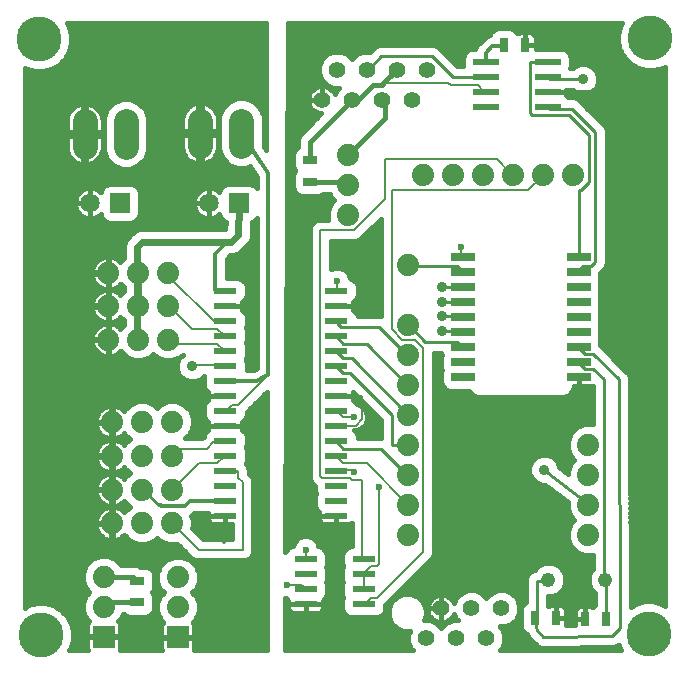
<source format=gbl>
G75*
G70*
%OFA0B0*%
%FSLAX24Y24*%
%IPPOS*%
%LPD*%
%AMOC8*
5,1,8,0,0,1.08239X$1,22.5*
%
%ADD10R,0.0870X0.0240*%
%ADD11R,0.0315X0.0472*%
%ADD12C,0.0480*%
%ADD13R,0.0472X0.0315*%
%ADD14R,0.0800X0.0260*%
%ADD15R,0.0780X0.0210*%
%ADD16C,0.0740*%
%ADD17C,0.0840*%
%ADD18R,0.0740X0.0740*%
%ADD19C,0.0560*%
%ADD20C,0.0650*%
%ADD21R,0.0650X0.0650*%
%ADD22R,0.0780X0.0220*%
%ADD23C,0.0100*%
%ADD24C,0.0360*%
%ADD25C,0.0079*%
%ADD26C,0.0236*%
%ADD27C,0.0160*%
%ADD28C,0.0354*%
%ADD29C,0.0120*%
%ADD30C,0.0315*%
%ADD31C,0.0240*%
%ADD32C,0.1502*%
D10*
X017000Y019086D03*
X017000Y019586D03*
X017000Y020086D03*
X017000Y020586D03*
X019060Y020586D03*
X019060Y020086D03*
X019060Y019586D03*
X019060Y019086D03*
D11*
X018309Y021161D03*
X017601Y021161D03*
X018626Y002061D03*
X019334Y002061D03*
X020301Y002036D03*
X021009Y002036D03*
D12*
X020980Y003336D03*
X019080Y003336D03*
D13*
X005380Y003290D03*
X005380Y002581D03*
X011130Y016606D03*
X011130Y017315D03*
D14*
X016225Y014086D03*
X016225Y013586D03*
X016225Y013086D03*
X016225Y012586D03*
X016225Y012086D03*
X016225Y011586D03*
X016225Y011086D03*
X016225Y010586D03*
X016225Y010086D03*
X020085Y010086D03*
X020085Y010586D03*
X020085Y011086D03*
X020085Y011586D03*
X020085Y012086D03*
X020085Y012586D03*
X020085Y013086D03*
X020085Y013586D03*
X020085Y014086D03*
D15*
X012005Y012961D03*
X012005Y012461D03*
X012005Y011961D03*
X012005Y011461D03*
X012005Y010961D03*
X012005Y010461D03*
X012005Y009961D03*
X012005Y009461D03*
X012005Y008961D03*
X012005Y008461D03*
X012005Y007961D03*
X012005Y007461D03*
X012005Y006961D03*
X012005Y006461D03*
X012005Y005961D03*
X012005Y005461D03*
X008305Y005461D03*
X008305Y005961D03*
X008305Y006461D03*
X008305Y006961D03*
X008305Y007461D03*
X008305Y007961D03*
X008305Y008461D03*
X008305Y008961D03*
X008305Y009461D03*
X008305Y009961D03*
X008305Y010461D03*
X008305Y010961D03*
X008305Y011461D03*
X008305Y011961D03*
X008305Y012461D03*
X008305Y012961D03*
D16*
X006405Y012461D03*
X005405Y012461D03*
X004405Y012461D03*
X004405Y013561D03*
X005405Y013561D03*
X006405Y013561D03*
X006405Y011336D03*
X005405Y011336D03*
X004405Y011336D03*
X004530Y008586D03*
X005530Y008586D03*
X006530Y008586D03*
X006530Y007461D03*
X005530Y007461D03*
X004530Y007461D03*
X004530Y006336D03*
X005530Y006336D03*
X006530Y006336D03*
X006530Y005211D03*
X005530Y005211D03*
X004530Y005211D03*
X004255Y003436D03*
X004255Y002436D03*
X006730Y002411D03*
X006730Y003411D03*
X014405Y004836D03*
X014405Y005836D03*
X014405Y006836D03*
X014405Y007836D03*
X014405Y008836D03*
X014405Y009836D03*
X014405Y010836D03*
X014405Y011836D03*
X014405Y013836D03*
X012405Y015486D03*
X012405Y016486D03*
X012405Y017486D03*
X014905Y016836D03*
X015905Y016836D03*
X016905Y016836D03*
X017905Y016836D03*
X018905Y016836D03*
X019905Y016836D03*
X020405Y007836D03*
X020405Y006836D03*
X020405Y005836D03*
X020405Y004836D03*
D17*
X008844Y017799D02*
X008844Y018639D01*
X007466Y018639D02*
X007466Y017799D01*
X004994Y017774D02*
X004994Y018614D01*
X003616Y018614D02*
X003616Y017774D01*
D18*
X004255Y001436D03*
X006730Y001411D03*
D19*
X015005Y001375D03*
X016005Y001375D03*
X017005Y001375D03*
X016505Y002375D03*
X015505Y002375D03*
X017505Y002375D03*
X014530Y019336D03*
X013530Y019336D03*
X012530Y019336D03*
X011530Y019336D03*
X012030Y020336D03*
X013030Y020336D03*
X014030Y020336D03*
X015030Y020336D03*
D20*
X007755Y015886D03*
X003805Y015886D03*
D21*
X004805Y015886D03*
X008755Y015886D03*
D22*
X010981Y004013D03*
X010981Y003513D03*
X010981Y003013D03*
X010981Y002513D03*
X012921Y002513D03*
X012921Y003013D03*
X012921Y003513D03*
X012921Y004013D03*
D23*
X014345Y006861D02*
X013505Y007701D01*
X012245Y007701D01*
X012035Y007911D01*
X012005Y007961D01*
X013855Y007841D02*
X014345Y007841D01*
X014405Y007836D01*
X013855Y007841D02*
X013855Y008821D01*
X012455Y010221D01*
X012245Y010221D01*
X012005Y010461D01*
X012245Y010711D02*
X012525Y010711D01*
X014345Y008891D01*
X014405Y008836D01*
X014345Y009871D02*
X013015Y011201D01*
X012245Y011201D01*
X012035Y011411D01*
X012005Y011461D01*
X012175Y011761D02*
X013435Y011761D01*
X014345Y010851D01*
X014405Y010836D01*
X014975Y011271D02*
X014415Y011831D01*
X014405Y011836D01*
X014975Y011271D02*
X016025Y011271D01*
X016165Y011131D01*
X016225Y011086D01*
X016225Y011586D02*
X016165Y011621D01*
X015535Y011621D01*
X015535Y012111D02*
X016165Y012111D01*
X016225Y012086D01*
X016225Y012586D02*
X016165Y012601D01*
X015535Y012601D01*
X015535Y013091D02*
X016165Y013091D01*
X016225Y013086D01*
X016225Y013586D02*
X016165Y013651D01*
X016025Y013791D01*
X014415Y013791D01*
X014405Y013836D01*
X012005Y011961D02*
X012035Y011901D01*
X012175Y011761D01*
X012005Y010961D02*
X012035Y010921D01*
X012245Y010711D01*
X008305Y012961D02*
X008325Y013021D01*
X008255Y011971D02*
X007920Y011956D01*
X008255Y011971D02*
X008305Y011961D01*
X008305Y010461D02*
X008255Y010431D01*
X007995Y010471D01*
X005530Y008586D02*
X005595Y008471D01*
X006530Y007461D02*
X006575Y007491D01*
X006785Y007701D01*
X007920Y007951D02*
X008305Y007961D01*
X008305Y006961D02*
X008325Y006931D01*
X008710Y006946D01*
X008305Y005961D02*
X008255Y005951D01*
X006575Y005181D02*
X006530Y005211D01*
X006155Y005811D02*
X006085Y005811D01*
X005595Y006301D01*
X005530Y006336D01*
X005595Y005251D02*
X005530Y005211D01*
X006435Y013441D02*
X006405Y013561D01*
X008770Y015831D02*
X008755Y015886D01*
X013030Y020336D02*
X013085Y020371D01*
X013505Y020791D01*
X015185Y020791D01*
X015620Y020356D01*
X015892Y020104D01*
X016725Y020101D01*
X016935Y020091D01*
X017000Y020086D01*
X018475Y020581D02*
X018475Y018901D01*
X018545Y018831D01*
X019750Y018831D01*
X020435Y018146D01*
X020435Y016591D01*
X020155Y016311D01*
X020085Y016311D01*
X020085Y014086D01*
X020225Y013791D02*
X020505Y013791D01*
X020645Y013931D01*
X020645Y018249D01*
X019854Y019041D01*
X019105Y019041D01*
X019060Y019086D01*
X019060Y019586D02*
X019105Y019601D01*
X019105Y020021D02*
X019060Y020086D01*
X019105Y020021D02*
X020230Y020021D01*
X019060Y020586D02*
X019035Y020581D01*
X018475Y020581D01*
X020225Y013791D02*
X020085Y013651D01*
X020085Y013586D01*
X020085Y011086D02*
X020085Y011061D01*
X020295Y010851D01*
X020575Y010851D01*
X021415Y010011D01*
X021463Y001732D01*
X021194Y001458D01*
X018912Y001438D01*
X018691Y001661D01*
X018684Y001677D01*
X018680Y001734D01*
X018626Y002061D01*
X018685Y002101D01*
X018685Y003291D01*
X018965Y003291D01*
X019080Y003336D01*
X019035Y003291D01*
X018965Y003291D01*
X020925Y003361D02*
X020980Y003336D01*
X020995Y003291D01*
X020995Y002101D01*
X021009Y002036D01*
X020925Y003361D02*
X020925Y010011D01*
X020575Y010361D01*
X020295Y010361D01*
X020085Y010571D01*
X020085Y010586D01*
X018940Y007006D02*
X020365Y005881D01*
X020405Y005836D01*
D24*
X018940Y007006D03*
X015535Y011621D03*
X015535Y012111D03*
X015535Y012601D03*
X015535Y013091D03*
X020230Y020021D03*
X007200Y010446D03*
D25*
X007205Y010501D01*
X007975Y010501D01*
X008305Y010461D01*
X008305Y010961D02*
X008255Y010991D01*
X008045Y011201D01*
X006505Y011201D01*
X006435Y011271D01*
X006405Y011336D01*
X007205Y011691D02*
X006435Y012461D01*
X006405Y012461D01*
X006435Y013441D02*
X007920Y011956D01*
X008045Y011691D02*
X007205Y011691D01*
X008045Y011691D02*
X008255Y011481D01*
X008305Y011461D01*
X009636Y010114D02*
X009655Y010081D01*
X008745Y009171D01*
X008535Y009171D01*
X008325Y008961D01*
X008305Y008961D01*
X007920Y007951D02*
X007905Y007911D01*
X007695Y007701D01*
X006785Y007701D01*
X006530Y007461D01*
X007415Y007211D02*
X006575Y006371D01*
X006530Y006336D01*
X007415Y007211D02*
X008045Y007211D01*
X008255Y007421D01*
X008305Y007461D01*
X008710Y006946D02*
X008745Y006931D01*
X008745Y006721D01*
X008885Y006581D01*
X008885Y004341D01*
X007415Y004341D01*
X006575Y005181D01*
X005234Y003436D02*
X005245Y003361D01*
X005315Y003291D01*
X005380Y003290D01*
X010355Y003151D02*
X010845Y003151D01*
X010915Y003081D01*
X010981Y003013D01*
X010981Y004013D02*
X010985Y004061D01*
X010985Y004341D01*
X012875Y004061D02*
X012921Y004013D01*
X012875Y004061D02*
X012875Y006651D01*
X012525Y006651D01*
X012455Y006721D01*
X011545Y006721D01*
X011475Y006791D01*
X011475Y014981D01*
X012595Y014981D01*
X013645Y016031D01*
X013645Y017361D01*
X017355Y017361D01*
X017845Y016871D01*
X017905Y016836D01*
X018405Y016311D02*
X018895Y016801D01*
X018905Y016836D01*
X018405Y016311D02*
X013855Y016311D01*
X013855Y011691D01*
X014205Y011341D01*
X014625Y011341D01*
X014905Y011061D01*
X014905Y004271D01*
X013365Y002731D01*
X013155Y002731D01*
X012945Y002521D01*
X012921Y002513D01*
X012921Y003013D02*
X012945Y003081D01*
X012945Y003501D01*
X012921Y003513D01*
X012945Y003571D01*
X013155Y003781D01*
X013365Y003781D01*
X013435Y003851D01*
X013435Y006441D01*
X013015Y007211D02*
X014345Y005881D01*
X014405Y005836D01*
X014405Y006836D02*
X014345Y006861D01*
X013015Y007211D02*
X012245Y007211D01*
X012035Y007421D01*
X012005Y007461D01*
X012035Y007001D02*
X012005Y006961D01*
X012035Y007001D02*
X012525Y007001D01*
X012595Y006931D01*
X012665Y008471D02*
X012035Y008471D01*
X012005Y008461D01*
X012245Y008751D02*
X012595Y008751D01*
X012875Y008681D02*
X012665Y008471D01*
X012875Y008681D02*
X012875Y009451D01*
X012035Y009451D01*
X012005Y009461D01*
X012035Y008961D02*
X012005Y008961D01*
X012035Y008961D02*
X012245Y008751D01*
X014345Y009871D02*
X014405Y009836D01*
X012005Y012961D02*
X012035Y013021D01*
X012035Y013301D01*
X016165Y014141D02*
X016225Y014086D01*
X016165Y014141D02*
X016165Y014421D01*
X011405Y018901D02*
X011353Y018910D01*
X013610Y019916D02*
X013645Y019881D01*
X015745Y019881D01*
X015815Y019811D01*
X016725Y019811D01*
X016935Y019601D01*
X017000Y019586D01*
D26*
X016165Y014421D03*
X012035Y013301D03*
X012595Y008751D03*
X012595Y006931D03*
X013435Y006441D03*
X010985Y004341D03*
X010355Y003151D03*
D27*
X010329Y002713D02*
X010410Y002632D01*
X010411Y002631D01*
X010411Y002513D01*
X010981Y002513D01*
X011551Y002513D01*
X011551Y002631D01*
X011552Y002632D01*
X011642Y002722D01*
X011691Y002839D01*
X011691Y003186D01*
X011659Y003263D01*
X011691Y003339D01*
X011691Y003686D01*
X011659Y003763D01*
X011691Y003839D01*
X011691Y004186D01*
X011642Y004304D01*
X011552Y004394D01*
X011435Y004443D01*
X011417Y004443D01*
X011356Y004589D01*
X011233Y004712D01*
X011072Y004779D01*
X010898Y004779D01*
X010737Y004712D01*
X010614Y004589D01*
X010553Y004443D01*
X010527Y004443D01*
X010410Y004394D01*
X010320Y004304D01*
X010301Y004259D01*
X010402Y021887D01*
X021524Y021887D01*
X021474Y021799D01*
X021401Y021527D01*
X021401Y021245D01*
X021474Y020972D01*
X021615Y020728D01*
X021814Y020529D01*
X022059Y020388D01*
X022331Y020315D01*
X022613Y020315D01*
X022885Y020388D01*
X022955Y020428D01*
X022955Y002470D01*
X022836Y002539D01*
X022564Y002612D01*
X022282Y002612D01*
X022010Y002539D01*
X021829Y002435D01*
X021785Y010012D01*
X021785Y010084D01*
X021785Y010085D01*
X021785Y010087D01*
X021756Y010153D01*
X021729Y010220D01*
X021728Y010221D01*
X021727Y010222D01*
X021676Y010273D01*
X020805Y011144D01*
X020805Y011279D01*
X020782Y011336D01*
X020805Y011392D01*
X020805Y011779D01*
X020782Y011836D01*
X020805Y011892D01*
X020805Y012279D01*
X020782Y012336D01*
X020805Y012392D01*
X020805Y012779D01*
X020782Y012836D01*
X020805Y012892D01*
X020805Y013279D01*
X020782Y013336D01*
X020805Y013392D01*
X020805Y013568D01*
X020855Y013617D01*
X020959Y013721D01*
X021015Y013857D01*
X021015Y018323D01*
X020959Y018459D01*
X020855Y018563D01*
X020063Y019354D01*
X019927Y019411D01*
X019743Y019411D01*
X019676Y019477D01*
X019675Y019478D01*
X019675Y019586D01*
X019675Y019651D01*
X019893Y019651D01*
X019947Y019597D01*
X020131Y019521D01*
X020329Y019521D01*
X020513Y019597D01*
X020654Y019738D01*
X020730Y019921D01*
X020730Y020120D01*
X020654Y020304D01*
X020513Y020445D01*
X020329Y020521D01*
X020131Y020521D01*
X019947Y020445D01*
X019893Y020391D01*
X019810Y020391D01*
X019815Y020402D01*
X019815Y020769D01*
X019766Y020887D01*
X019676Y020977D01*
X019559Y021026D01*
X018647Y021026D01*
X018647Y021161D01*
X018647Y021421D01*
X018635Y021467D01*
X018611Y021508D01*
X018577Y021541D01*
X018536Y021565D01*
X018491Y021577D01*
X018309Y021577D01*
X018128Y021577D01*
X018082Y021565D01*
X018044Y021543D01*
X018029Y021578D01*
X017939Y021668D01*
X017822Y021717D01*
X017380Y021717D01*
X017262Y021668D01*
X017172Y021578D01*
X017136Y021491D01*
X017129Y021491D01*
X016990Y021433D01*
X016883Y021326D01*
X016678Y021121D01*
X016638Y021026D01*
X016501Y021026D01*
X016384Y020977D01*
X016294Y020887D01*
X016245Y020769D01*
X016245Y020473D01*
X016037Y020474D01*
X015876Y020623D01*
X015499Y021000D01*
X015395Y021104D01*
X015259Y021161D01*
X013431Y021161D01*
X013295Y021104D01*
X013127Y020936D01*
X012911Y020936D01*
X012690Y020844D01*
X012530Y020684D01*
X012370Y020844D01*
X012149Y020936D01*
X011911Y020936D01*
X011690Y020844D01*
X011521Y020676D01*
X011430Y020455D01*
X011430Y020216D01*
X011521Y019996D01*
X011690Y019827D01*
X011911Y019736D01*
X012081Y019736D01*
X012021Y019676D01*
X011955Y019515D01*
X011923Y019577D01*
X011881Y019635D01*
X011830Y019687D01*
X011771Y019729D01*
X011707Y019762D01*
X011638Y019784D01*
X011566Y019796D01*
X011530Y019796D01*
X011530Y019336D01*
X011530Y019796D01*
X011494Y019796D01*
X011422Y019784D01*
X011353Y019762D01*
X011289Y019729D01*
X011230Y019687D01*
X011179Y019635D01*
X011137Y019577D01*
X011104Y019512D01*
X011081Y019444D01*
X011070Y019372D01*
X011070Y019336D01*
X011530Y019336D01*
X011530Y019336D01*
X011530Y019336D01*
X011070Y019336D01*
X011070Y019300D01*
X011081Y019228D01*
X011104Y019159D01*
X011137Y019095D01*
X011179Y019036D01*
X011230Y018985D01*
X011289Y018942D01*
X011353Y018910D01*
X011422Y018887D01*
X011494Y018876D01*
X011504Y018876D01*
X010791Y018162D01*
X010730Y018015D01*
X010730Y017751D01*
X010713Y017744D01*
X010622Y017654D01*
X010574Y017536D01*
X010574Y017094D01*
X010622Y016976D01*
X010638Y016961D01*
X010622Y016945D01*
X010574Y016828D01*
X010574Y016385D01*
X010622Y016268D01*
X010713Y016178D01*
X010830Y016129D01*
X011430Y016129D01*
X011547Y016178D01*
X011576Y016206D01*
X011774Y016206D01*
X011820Y016095D01*
X011929Y015986D01*
X011820Y015877D01*
X011715Y015623D01*
X011715Y015349D01*
X011718Y015340D01*
X011404Y015340D01*
X011271Y015285D01*
X011170Y015184D01*
X011116Y015052D01*
X011116Y006719D01*
X011170Y006587D01*
X011271Y006486D01*
X011295Y006463D01*
X011295Y006292D01*
X011329Y006211D01*
X011295Y006129D01*
X011295Y005792D01*
X011344Y005675D01*
X011434Y005585D01*
X011435Y005584D01*
X011435Y005461D01*
X012005Y005461D01*
X012005Y005461D01*
X011435Y005461D01*
X011435Y005332D01*
X011447Y005286D01*
X011471Y005245D01*
X011504Y005212D01*
X011546Y005188D01*
X011591Y005176D01*
X012005Y005176D01*
X012419Y005176D01*
X012464Y005188D01*
X012506Y005212D01*
X012516Y005222D01*
X012516Y004443D01*
X012467Y004443D01*
X012350Y004394D01*
X012260Y004304D01*
X012211Y004186D01*
X012211Y003839D01*
X012243Y003763D01*
X012211Y003686D01*
X012211Y003339D01*
X012243Y003263D01*
X012211Y003186D01*
X012211Y002839D01*
X012243Y002763D01*
X012211Y002686D01*
X012211Y002339D01*
X012260Y002222D01*
X012350Y002132D01*
X012467Y002083D01*
X013375Y002083D01*
X013492Y002132D01*
X013582Y002222D01*
X013631Y002339D01*
X013631Y002489D01*
X015109Y003966D01*
X015210Y004067D01*
X015264Y004199D01*
X015264Y010901D01*
X015505Y010901D01*
X015505Y010892D01*
X015528Y010836D01*
X015505Y010779D01*
X015505Y010392D01*
X015528Y010336D01*
X015505Y010279D01*
X015505Y009892D01*
X015554Y009775D01*
X015644Y009685D01*
X015761Y009636D01*
X016430Y009636D01*
X016441Y009609D01*
X016553Y009497D01*
X016700Y009436D01*
X019610Y009436D01*
X019757Y009497D01*
X019869Y009609D01*
X019930Y009756D01*
X019930Y009776D01*
X020085Y009776D01*
X020085Y010048D01*
X020085Y010048D01*
X020085Y009776D01*
X020509Y009776D01*
X020554Y009788D01*
X020555Y009788D01*
X020555Y008521D01*
X020542Y008526D01*
X020268Y008526D01*
X020014Y008421D01*
X019820Y008227D01*
X019715Y007973D01*
X019715Y007699D01*
X019820Y007445D01*
X019929Y007336D01*
X019820Y007227D01*
X019715Y006973D01*
X019715Y006865D01*
X019440Y007082D01*
X019440Y007105D01*
X019364Y007289D01*
X019223Y007430D01*
X019039Y007506D01*
X018841Y007506D01*
X018657Y007430D01*
X018516Y007289D01*
X018440Y007105D01*
X018440Y006906D01*
X018516Y006723D01*
X018657Y006582D01*
X018841Y006506D01*
X018976Y006506D01*
X019715Y005923D01*
X019715Y005699D01*
X019820Y005445D01*
X019929Y005336D01*
X019820Y005227D01*
X019715Y004973D01*
X019715Y004699D01*
X019820Y004445D01*
X020014Y004251D01*
X020268Y004146D01*
X020542Y004146D01*
X020555Y004151D01*
X020555Y003703D01*
X020505Y003653D01*
X020420Y003447D01*
X020420Y003224D01*
X020505Y003019D01*
X020625Y002899D01*
X020625Y002498D01*
X020581Y002453D01*
X020566Y002418D01*
X020528Y002440D01*
X020482Y002452D01*
X020301Y002452D01*
X020301Y002036D01*
X020301Y002036D01*
X020301Y002452D01*
X020119Y002452D01*
X020074Y002440D01*
X020033Y002416D01*
X019999Y002383D01*
X019975Y002342D01*
X019963Y002296D01*
X019963Y002036D01*
X020301Y002036D01*
X020301Y002036D01*
X019963Y002036D01*
X019963Y001817D01*
X019672Y001815D01*
X019672Y002061D01*
X019672Y002321D01*
X019660Y002367D01*
X019636Y002408D01*
X019602Y002441D01*
X019561Y002465D01*
X019516Y002477D01*
X019334Y002477D01*
X019153Y002477D01*
X019107Y002465D01*
X019069Y002443D01*
X019055Y002477D01*
X019055Y002776D01*
X019191Y002776D01*
X019397Y002861D01*
X019555Y003019D01*
X019640Y003224D01*
X019640Y003447D01*
X019555Y003653D01*
X019397Y003811D01*
X019191Y003896D01*
X018969Y003896D01*
X018763Y003811D01*
X018613Y003661D01*
X018611Y003661D01*
X018475Y003604D01*
X018371Y003500D01*
X018315Y003364D01*
X018315Y002580D01*
X018287Y002568D01*
X018197Y002478D01*
X018148Y002361D01*
X018148Y001761D01*
X018197Y001643D01*
X018287Y001553D01*
X018344Y001530D01*
X018347Y001525D01*
X018348Y001522D01*
X018375Y001455D01*
X018376Y001454D01*
X018376Y001453D01*
X018427Y001402D01*
X018478Y001350D01*
X018479Y001349D01*
X018599Y001228D01*
X018600Y001225D01*
X018651Y001176D01*
X018701Y001125D01*
X018703Y001124D01*
X018705Y001122D01*
X018771Y001096D01*
X018836Y001068D01*
X018839Y001068D01*
X018841Y001067D01*
X018913Y001068D01*
X018984Y001068D01*
X018986Y001069D01*
X021197Y001088D01*
X021270Y001089D01*
X021271Y001089D01*
X021338Y001118D01*
X021406Y001146D01*
X021406Y001146D01*
X021406Y001147D01*
X021417Y001157D01*
X021425Y001127D01*
X021509Y000981D01*
X017460Y000981D01*
X017514Y001035D01*
X017605Y001255D01*
X017605Y001494D01*
X017514Y001715D01*
X017454Y001775D01*
X017624Y001775D01*
X017845Y001866D01*
X018014Y002035D01*
X018105Y002255D01*
X018105Y002494D01*
X018014Y002715D01*
X017845Y002883D01*
X017624Y002975D01*
X017386Y002975D01*
X017165Y002883D01*
X017005Y002723D01*
X016845Y002883D01*
X016624Y002975D01*
X016386Y002975D01*
X016165Y002883D01*
X015996Y002715D01*
X015930Y002554D01*
X015898Y002616D01*
X015856Y002674D01*
X015805Y002726D01*
X015746Y002768D01*
X015682Y002801D01*
X015613Y002823D01*
X015541Y002835D01*
X015505Y002835D01*
X015505Y002375D01*
X015505Y002835D01*
X015469Y002835D01*
X015397Y002823D01*
X015328Y002801D01*
X015264Y002768D01*
X015205Y002726D01*
X015154Y002674D01*
X015112Y002616D01*
X015079Y002551D01*
X015056Y002483D01*
X015045Y002411D01*
X015045Y002375D01*
X015505Y002375D01*
X015505Y002375D01*
X015505Y002375D01*
X015045Y002375D01*
X015045Y002339D01*
X015056Y002267D01*
X015079Y002198D01*
X015112Y002134D01*
X015154Y002075D01*
X015205Y002024D01*
X015264Y001981D01*
X015328Y001949D01*
X015397Y001926D01*
X015469Y001915D01*
X015505Y001915D01*
X015541Y001915D01*
X015613Y001926D01*
X015682Y001949D01*
X015746Y001981D01*
X015805Y002024D01*
X015856Y002075D01*
X015898Y002134D01*
X015930Y002195D01*
X015996Y002035D01*
X016056Y001975D01*
X015886Y001975D01*
X015665Y001883D01*
X015505Y001723D01*
X015345Y001883D01*
X015124Y001975D01*
X014927Y001975D01*
X014982Y002109D01*
X014982Y002353D01*
X014889Y002580D01*
X014716Y002753D01*
X014490Y002846D01*
X014245Y002846D01*
X014019Y002753D01*
X013846Y002580D01*
X013752Y002353D01*
X013752Y002109D01*
X013846Y001883D01*
X014019Y001709D01*
X014245Y001616D01*
X014455Y001616D01*
X014405Y001494D01*
X014405Y001255D01*
X014496Y001035D01*
X014550Y000981D01*
X010282Y000981D01*
X010292Y002713D01*
X010329Y002713D01*
X010291Y002556D02*
X010411Y002556D01*
X010411Y002513D02*
X010411Y002379D01*
X010423Y002333D01*
X010447Y002292D01*
X010480Y002259D01*
X010522Y002235D01*
X010567Y002223D01*
X010981Y002223D01*
X011395Y002223D01*
X011440Y002235D01*
X011482Y002259D01*
X011515Y002292D01*
X011539Y002333D01*
X011551Y002379D01*
X011551Y002513D01*
X010981Y002513D01*
X010981Y002513D01*
X010981Y002513D01*
X010411Y002513D01*
X010411Y002397D02*
X010290Y002397D01*
X010289Y002239D02*
X010515Y002239D01*
X010289Y002080D02*
X013764Y002080D01*
X013752Y002239D02*
X013589Y002239D01*
X013631Y002397D02*
X013770Y002397D01*
X013836Y002556D02*
X013698Y002556D01*
X013857Y002714D02*
X013980Y002714D01*
X014015Y002873D02*
X016154Y002873D01*
X015996Y002714D02*
X015816Y002714D01*
X015929Y002556D02*
X015931Y002556D01*
X015505Y002556D02*
X015505Y002556D01*
X015505Y002714D02*
X015505Y002714D01*
X015194Y002714D02*
X014754Y002714D01*
X014899Y002556D02*
X015081Y002556D01*
X015045Y002397D02*
X014964Y002397D01*
X014982Y002239D02*
X015066Y002239D01*
X015150Y002080D02*
X014971Y002080D01*
X015252Y001922D02*
X015424Y001922D01*
X015505Y001922D02*
X015505Y001922D01*
X015505Y001915D02*
X015505Y002375D01*
X015505Y002375D01*
X015505Y001915D01*
X015586Y001922D02*
X015758Y001922D01*
X015860Y002080D02*
X015978Y002080D01*
X015505Y002080D02*
X015505Y002080D01*
X015505Y002239D02*
X015505Y002239D01*
X015505Y002397D02*
X015505Y002397D01*
X015465Y001763D02*
X015545Y001763D01*
X014451Y001605D02*
X010286Y001605D01*
X010287Y001763D02*
X013965Y001763D01*
X013829Y001922D02*
X010288Y001922D01*
X010285Y001446D02*
X014405Y001446D01*
X014405Y001288D02*
X010284Y001288D01*
X010283Y001129D02*
X014457Y001129D01*
X012253Y002239D02*
X011447Y002239D01*
X011551Y002397D02*
X012211Y002397D01*
X012211Y002556D02*
X011551Y002556D01*
X011635Y002714D02*
X012223Y002714D01*
X012211Y002873D02*
X011691Y002873D01*
X011691Y003031D02*
X012211Y003031D01*
X012212Y003190D02*
X011690Y003190D01*
X011691Y003348D02*
X012211Y003348D01*
X012211Y003507D02*
X011691Y003507D01*
X011691Y003665D02*
X012211Y003665D01*
X012217Y003824D02*
X011685Y003824D01*
X011691Y003982D02*
X012211Y003982D01*
X012211Y004141D02*
X011691Y004141D01*
X011644Y004299D02*
X012258Y004299D01*
X012516Y004458D02*
X011411Y004458D01*
X011329Y004616D02*
X012516Y004616D01*
X012516Y004775D02*
X011082Y004775D01*
X010888Y004775D02*
X010304Y004775D01*
X010305Y004933D02*
X012516Y004933D01*
X012516Y005092D02*
X010306Y005092D01*
X010307Y005250D02*
X011468Y005250D01*
X011435Y005409D02*
X010308Y005409D01*
X010308Y005567D02*
X011435Y005567D01*
X011322Y005726D02*
X010309Y005726D01*
X010310Y005884D02*
X011295Y005884D01*
X011295Y006043D02*
X010311Y006043D01*
X010312Y006201D02*
X011325Y006201D01*
X011295Y006360D02*
X010313Y006360D01*
X010314Y006518D02*
X011239Y006518D01*
X011133Y006677D02*
X010315Y006677D01*
X010316Y006835D02*
X011116Y006835D01*
X011116Y006994D02*
X010317Y006994D01*
X010318Y007152D02*
X011116Y007152D01*
X011116Y007311D02*
X010318Y007311D01*
X010319Y007469D02*
X011116Y007469D01*
X011116Y007628D02*
X010320Y007628D01*
X010321Y007786D02*
X011116Y007786D01*
X011116Y007945D02*
X010322Y007945D01*
X010323Y008103D02*
X011116Y008103D01*
X011116Y008262D02*
X010324Y008262D01*
X010325Y008420D02*
X011116Y008420D01*
X011116Y008579D02*
X010326Y008579D01*
X010327Y008737D02*
X011116Y008737D01*
X011116Y008896D02*
X010327Y008896D01*
X010328Y009054D02*
X011116Y009054D01*
X011116Y009213D02*
X010329Y009213D01*
X010330Y009371D02*
X011116Y009371D01*
X011116Y009530D02*
X010331Y009530D01*
X010332Y009688D02*
X011116Y009688D01*
X011116Y009847D02*
X010333Y009847D01*
X010334Y010005D02*
X011116Y010005D01*
X011116Y010164D02*
X010335Y010164D01*
X010336Y010322D02*
X011116Y010322D01*
X011116Y010481D02*
X010337Y010481D01*
X010337Y010639D02*
X011116Y010639D01*
X011116Y010798D02*
X010338Y010798D01*
X010339Y010956D02*
X011116Y010956D01*
X011116Y011115D02*
X010340Y011115D01*
X010341Y011273D02*
X011116Y011273D01*
X011116Y011432D02*
X010342Y011432D01*
X010343Y011590D02*
X011116Y011590D01*
X011116Y011749D02*
X010344Y011749D01*
X010345Y011907D02*
X011116Y011907D01*
X011116Y012066D02*
X010346Y012066D01*
X010347Y012224D02*
X011116Y012224D01*
X011116Y012383D02*
X010347Y012383D01*
X010348Y012541D02*
X011116Y012541D01*
X011116Y012700D02*
X010349Y012700D01*
X010350Y012858D02*
X011116Y012858D01*
X011116Y013017D02*
X010351Y013017D01*
X010352Y013175D02*
X011116Y013175D01*
X011116Y013334D02*
X010353Y013334D01*
X010354Y013492D02*
X011116Y013492D01*
X011116Y013651D02*
X010355Y013651D01*
X010356Y013809D02*
X011116Y013809D01*
X011116Y013968D02*
X010356Y013968D01*
X010357Y014126D02*
X011116Y014126D01*
X011116Y014285D02*
X010358Y014285D01*
X010359Y014443D02*
X011116Y014443D01*
X011116Y014602D02*
X010360Y014602D01*
X010361Y014760D02*
X011116Y014760D01*
X011116Y014919D02*
X010362Y014919D01*
X010363Y015077D02*
X011126Y015077D01*
X011222Y015236D02*
X010364Y015236D01*
X010365Y015394D02*
X011715Y015394D01*
X011715Y015553D02*
X010366Y015553D01*
X010366Y015711D02*
X011752Y015711D01*
X011817Y015870D02*
X010367Y015870D01*
X010368Y016028D02*
X011887Y016028D01*
X011782Y016187D02*
X011557Y016187D01*
X011130Y016606D02*
X012284Y016606D01*
X012405Y016486D01*
X012405Y017486D02*
X013630Y018711D01*
X013630Y019236D01*
X013530Y019336D01*
X013530Y019836D02*
X013230Y019836D01*
X012730Y019336D01*
X012530Y019336D01*
X011130Y017936D01*
X011130Y017315D01*
X010574Y017296D02*
X010375Y017296D01*
X010375Y017138D02*
X010574Y017138D01*
X010621Y016979D02*
X010374Y016979D01*
X010373Y016821D02*
X010574Y016821D01*
X010574Y016662D02*
X010372Y016662D01*
X010371Y016504D02*
X010574Y016504D01*
X010590Y016345D02*
X010370Y016345D01*
X010369Y016187D02*
X010703Y016187D01*
X010574Y017455D02*
X010376Y017455D01*
X010377Y017613D02*
X010606Y017613D01*
X010730Y017772D02*
X010378Y017772D01*
X010379Y017930D02*
X010730Y017930D01*
X010760Y018089D02*
X010380Y018089D01*
X010381Y018247D02*
X010876Y018247D01*
X011034Y018406D02*
X010382Y018406D01*
X010383Y018564D02*
X011193Y018564D01*
X011351Y018723D02*
X010384Y018723D01*
X010385Y018881D02*
X011459Y018881D01*
X011176Y019040D02*
X010385Y019040D01*
X010386Y019198D02*
X011091Y019198D01*
X011070Y019357D02*
X010387Y019357D01*
X010388Y019515D02*
X011105Y019515D01*
X011218Y019674D02*
X010389Y019674D01*
X010390Y019832D02*
X011685Y019832D01*
X011530Y019674D02*
X011530Y019674D01*
X011530Y019515D02*
X011530Y019515D01*
X011530Y019357D02*
X011530Y019357D01*
X011842Y019674D02*
X012021Y019674D01*
X011955Y019515D02*
X011955Y019515D01*
X011526Y019991D02*
X010391Y019991D01*
X010392Y020149D02*
X011458Y020149D01*
X011430Y020308D02*
X010393Y020308D01*
X010394Y020466D02*
X011435Y020466D01*
X011500Y020625D02*
X010395Y020625D01*
X010395Y020783D02*
X011629Y020783D01*
X012431Y020783D02*
X012629Y020783D01*
X013133Y020942D02*
X010396Y020942D01*
X010397Y021100D02*
X013291Y021100D01*
X014030Y020336D02*
X013610Y019916D01*
X013530Y019836D01*
X015399Y021100D02*
X016669Y021100D01*
X016816Y021259D02*
X010398Y021259D01*
X010399Y021417D02*
X016974Y021417D01*
X017171Y021576D02*
X010400Y021576D01*
X010401Y021734D02*
X021456Y021734D01*
X021414Y021576D02*
X018495Y021576D01*
X018309Y021576D02*
X018309Y021576D01*
X018309Y021577D02*
X018309Y021161D01*
X018309Y021161D01*
X018309Y021577D01*
X018309Y021417D02*
X018309Y021417D01*
X018309Y021259D02*
X018309Y021259D01*
X018309Y021161D02*
X018647Y021161D01*
X018309Y021161D01*
X018309Y021161D01*
X018647Y021100D02*
X021440Y021100D01*
X021401Y021259D02*
X018647Y021259D01*
X018647Y021417D02*
X021401Y021417D01*
X021491Y020942D02*
X019712Y020942D01*
X019809Y020783D02*
X021583Y020783D01*
X021718Y020625D02*
X019815Y020625D01*
X019815Y020466D02*
X019999Y020466D01*
X020461Y020466D02*
X021922Y020466D01*
X022955Y020308D02*
X020650Y020308D01*
X020718Y020149D02*
X022955Y020149D01*
X022955Y019991D02*
X020730Y019991D01*
X020693Y019832D02*
X022955Y019832D01*
X022955Y019674D02*
X020590Y019674D01*
X020219Y019198D02*
X022955Y019198D01*
X022955Y019040D02*
X020378Y019040D01*
X020536Y018881D02*
X022955Y018881D01*
X022955Y018723D02*
X020695Y018723D01*
X020853Y018564D02*
X022955Y018564D01*
X022955Y018406D02*
X020981Y018406D01*
X021015Y018247D02*
X022955Y018247D01*
X022955Y018089D02*
X021015Y018089D01*
X021015Y017930D02*
X022955Y017930D01*
X022955Y017772D02*
X021015Y017772D01*
X021015Y017613D02*
X022955Y017613D01*
X022955Y017455D02*
X021015Y017455D01*
X021015Y017296D02*
X022955Y017296D01*
X022955Y017138D02*
X021015Y017138D01*
X021015Y016979D02*
X022955Y016979D01*
X022955Y016821D02*
X021015Y016821D01*
X021015Y016662D02*
X022955Y016662D01*
X022955Y016504D02*
X021015Y016504D01*
X021015Y016345D02*
X022955Y016345D01*
X022955Y016187D02*
X021015Y016187D01*
X021015Y016028D02*
X022955Y016028D01*
X022955Y015870D02*
X021015Y015870D01*
X021015Y015711D02*
X022955Y015711D01*
X022955Y015553D02*
X021015Y015553D01*
X021015Y015394D02*
X022955Y015394D01*
X022955Y015236D02*
X021015Y015236D01*
X021015Y015077D02*
X022955Y015077D01*
X022955Y014919D02*
X021015Y014919D01*
X021015Y014760D02*
X022955Y014760D01*
X022955Y014602D02*
X021015Y014602D01*
X021015Y014443D02*
X022955Y014443D01*
X022955Y014285D02*
X021015Y014285D01*
X021015Y014126D02*
X022955Y014126D01*
X022955Y013968D02*
X021015Y013968D01*
X020995Y013809D02*
X022955Y013809D01*
X022955Y013651D02*
X020888Y013651D01*
X020855Y013617D02*
X020855Y013617D01*
X020805Y013492D02*
X022955Y013492D01*
X022955Y013334D02*
X020782Y013334D01*
X020805Y013175D02*
X022955Y013175D01*
X022955Y013017D02*
X020805Y013017D01*
X020791Y012858D02*
X022955Y012858D01*
X022955Y012700D02*
X020805Y012700D01*
X020805Y012541D02*
X022955Y012541D01*
X022955Y012383D02*
X020801Y012383D01*
X020805Y012224D02*
X022955Y012224D01*
X022955Y012066D02*
X020805Y012066D01*
X020805Y011907D02*
X022955Y011907D01*
X022955Y011749D02*
X020805Y011749D01*
X020805Y011590D02*
X022955Y011590D01*
X022955Y011432D02*
X020805Y011432D01*
X020805Y011273D02*
X022955Y011273D01*
X022955Y011115D02*
X020834Y011115D01*
X020993Y010956D02*
X022955Y010956D01*
X022955Y010798D02*
X021151Y010798D01*
X021310Y010639D02*
X022955Y010639D01*
X022955Y010481D02*
X021468Y010481D01*
X021627Y010322D02*
X022955Y010322D01*
X022955Y010164D02*
X021752Y010164D01*
X021785Y010005D02*
X022955Y010005D01*
X022955Y009847D02*
X021786Y009847D01*
X021787Y009688D02*
X022955Y009688D01*
X022955Y009530D02*
X021788Y009530D01*
X021789Y009371D02*
X022955Y009371D01*
X022955Y009213D02*
X021790Y009213D01*
X021791Y009054D02*
X022955Y009054D01*
X022955Y008896D02*
X021792Y008896D01*
X021792Y008737D02*
X022955Y008737D01*
X022955Y008579D02*
X021793Y008579D01*
X021794Y008420D02*
X022955Y008420D01*
X022955Y008262D02*
X021795Y008262D01*
X021796Y008103D02*
X022955Y008103D01*
X022955Y007945D02*
X021797Y007945D01*
X021798Y007786D02*
X022955Y007786D01*
X022955Y007628D02*
X021799Y007628D01*
X021800Y007469D02*
X022955Y007469D01*
X022955Y007311D02*
X021801Y007311D01*
X021802Y007152D02*
X022955Y007152D01*
X022955Y006994D02*
X021803Y006994D01*
X021804Y006835D02*
X022955Y006835D01*
X022955Y006677D02*
X021805Y006677D01*
X021805Y006518D02*
X022955Y006518D01*
X022955Y006360D02*
X021806Y006360D01*
X021807Y006201D02*
X022955Y006201D01*
X022955Y006043D02*
X021808Y006043D01*
X021809Y005884D02*
X022955Y005884D01*
X022955Y005726D02*
X021810Y005726D01*
X021811Y005567D02*
X022955Y005567D01*
X022955Y005409D02*
X021812Y005409D01*
X021813Y005250D02*
X022955Y005250D01*
X022955Y005092D02*
X021814Y005092D01*
X021815Y004933D02*
X022955Y004933D01*
X022955Y004775D02*
X021816Y004775D01*
X021817Y004616D02*
X022955Y004616D01*
X022955Y004458D02*
X021817Y004458D01*
X021818Y004299D02*
X022955Y004299D01*
X022955Y004141D02*
X021819Y004141D01*
X021820Y003982D02*
X022955Y003982D01*
X022955Y003824D02*
X021821Y003824D01*
X021822Y003665D02*
X022955Y003665D01*
X022955Y003507D02*
X021823Y003507D01*
X021824Y003348D02*
X022955Y003348D01*
X022955Y003190D02*
X021825Y003190D01*
X021826Y003031D02*
X022955Y003031D01*
X022955Y002873D02*
X021827Y002873D01*
X021828Y002714D02*
X022955Y002714D01*
X022955Y002556D02*
X022774Y002556D01*
X022072Y002556D02*
X021829Y002556D01*
X020625Y002556D02*
X019055Y002556D01*
X019055Y002714D02*
X020625Y002714D01*
X020625Y002873D02*
X019409Y002873D01*
X019560Y003031D02*
X020500Y003031D01*
X020434Y003190D02*
X019626Y003190D01*
X019640Y003348D02*
X020420Y003348D01*
X020445Y003507D02*
X019615Y003507D01*
X019542Y003665D02*
X020518Y003665D01*
X020555Y003824D02*
X019365Y003824D01*
X018795Y003824D02*
X014966Y003824D01*
X014808Y003665D02*
X018618Y003665D01*
X018378Y003507D02*
X014649Y003507D01*
X014491Y003348D02*
X018315Y003348D01*
X018315Y003190D02*
X014332Y003190D01*
X014174Y003031D02*
X018315Y003031D01*
X018315Y002873D02*
X017856Y002873D01*
X018014Y002714D02*
X018315Y002714D01*
X018274Y002556D02*
X018079Y002556D01*
X018105Y002397D02*
X018163Y002397D01*
X018148Y002239D02*
X018098Y002239D01*
X018148Y002080D02*
X018032Y002080D01*
X018148Y001922D02*
X017901Y001922D01*
X018148Y001763D02*
X017465Y001763D01*
X017559Y001605D02*
X018235Y001605D01*
X018383Y001446D02*
X017605Y001446D01*
X017605Y001288D02*
X018540Y001288D01*
X018697Y001129D02*
X017553Y001129D01*
X019334Y002061D02*
X019334Y002477D01*
X019334Y002061D01*
X019334Y002061D01*
X019672Y002061D01*
X019334Y002061D01*
X019334Y002061D01*
X019334Y002080D02*
X019334Y002080D01*
X019334Y002239D02*
X019334Y002239D01*
X019334Y002397D02*
X019334Y002397D01*
X019642Y002397D02*
X020014Y002397D01*
X019963Y002239D02*
X019672Y002239D01*
X019672Y002080D02*
X019963Y002080D01*
X019963Y001922D02*
X019672Y001922D01*
X020301Y002080D02*
X020301Y002080D01*
X020301Y002239D02*
X020301Y002239D01*
X020301Y002397D02*
X020301Y002397D01*
X021271Y001089D02*
X021271Y001089D01*
X021366Y001129D02*
X021424Y001129D01*
X020555Y003982D02*
X015125Y003982D01*
X015240Y004141D02*
X020555Y004141D01*
X019966Y004299D02*
X015264Y004299D01*
X015264Y004458D02*
X019815Y004458D01*
X019749Y004616D02*
X015264Y004616D01*
X015264Y004775D02*
X019715Y004775D01*
X019715Y004933D02*
X015264Y004933D01*
X015264Y005092D02*
X019764Y005092D01*
X019844Y005250D02*
X015264Y005250D01*
X015264Y005409D02*
X019856Y005409D01*
X019769Y005567D02*
X015264Y005567D01*
X015264Y005726D02*
X019715Y005726D01*
X019715Y005884D02*
X015264Y005884D01*
X015264Y006043D02*
X019563Y006043D01*
X019362Y006201D02*
X015264Y006201D01*
X015264Y006360D02*
X019161Y006360D01*
X018810Y006518D02*
X015264Y006518D01*
X015264Y006677D02*
X018562Y006677D01*
X018469Y006835D02*
X015264Y006835D01*
X015264Y006994D02*
X018440Y006994D01*
X018459Y007152D02*
X015264Y007152D01*
X015264Y007311D02*
X018538Y007311D01*
X018752Y007469D02*
X015264Y007469D01*
X015264Y007628D02*
X019744Y007628D01*
X019715Y007786D02*
X015264Y007786D01*
X015264Y007945D02*
X019715Y007945D01*
X019769Y008103D02*
X015264Y008103D01*
X015264Y008262D02*
X019855Y008262D01*
X020014Y008420D02*
X015264Y008420D01*
X015264Y008579D02*
X020555Y008579D01*
X020555Y008737D02*
X015264Y008737D01*
X015264Y008896D02*
X020555Y008896D01*
X020555Y009054D02*
X015264Y009054D01*
X015264Y009213D02*
X020555Y009213D01*
X020555Y009371D02*
X015264Y009371D01*
X015264Y009530D02*
X016520Y009530D01*
X015640Y009688D02*
X015264Y009688D01*
X015264Y009847D02*
X015524Y009847D01*
X015505Y010005D02*
X015264Y010005D01*
X015264Y010164D02*
X015505Y010164D01*
X015523Y010322D02*
X015264Y010322D01*
X015264Y010481D02*
X015505Y010481D01*
X015505Y010639D02*
X015264Y010639D01*
X015264Y010798D02*
X015513Y010798D01*
X013496Y012131D02*
X012714Y012131D01*
X012666Y012247D01*
X012576Y012337D01*
X012575Y012338D01*
X012575Y012461D01*
X012575Y012584D01*
X012576Y012585D01*
X012666Y012675D01*
X012715Y012792D01*
X012715Y013129D01*
X012666Y013247D01*
X012576Y013337D01*
X012473Y013380D01*
X012473Y013388D01*
X012406Y013549D01*
X012283Y013672D01*
X012122Y013739D01*
X011948Y013739D01*
X011834Y013692D01*
X011834Y014621D01*
X012666Y014621D01*
X012799Y014676D01*
X013496Y015373D01*
X013496Y012131D01*
X013496Y012224D02*
X012676Y012224D01*
X012575Y012383D02*
X013496Y012383D01*
X013496Y012541D02*
X012575Y012541D01*
X012575Y012461D02*
X012005Y012461D01*
X012005Y012461D01*
X012575Y012461D01*
X012677Y012700D02*
X013496Y012700D01*
X013496Y012858D02*
X012715Y012858D01*
X012715Y013017D02*
X013496Y013017D01*
X013496Y013175D02*
X012696Y013175D01*
X012580Y013334D02*
X013496Y013334D01*
X013496Y013492D02*
X012430Y013492D01*
X012305Y013651D02*
X013496Y013651D01*
X013496Y013809D02*
X011834Y013809D01*
X011834Y013968D02*
X013496Y013968D01*
X013496Y014126D02*
X011834Y014126D01*
X011834Y014285D02*
X013496Y014285D01*
X013496Y014443D02*
X011834Y014443D01*
X011834Y014602D02*
X013496Y014602D01*
X013496Y014760D02*
X012883Y014760D01*
X013041Y014919D02*
X013496Y014919D01*
X013496Y015077D02*
X013200Y015077D01*
X013358Y015236D02*
X013496Y015236D01*
X009665Y017669D02*
X009584Y017791D01*
X009584Y018786D01*
X009471Y019058D01*
X009263Y019266D01*
X008991Y019379D01*
X008697Y019379D01*
X008425Y019266D01*
X008217Y019058D01*
X008104Y018786D01*
X008104Y017652D01*
X008217Y017380D01*
X008425Y017172D01*
X008697Y017059D01*
X008991Y017059D01*
X009121Y017113D01*
X009350Y016768D01*
X009350Y016393D01*
X009261Y016482D01*
X009144Y016531D01*
X008366Y016531D01*
X008249Y016482D01*
X008159Y016392D01*
X008110Y016274D01*
X008110Y016245D01*
X008084Y016271D01*
X008020Y016318D01*
X007949Y016354D01*
X007873Y016378D01*
X007795Y016391D01*
X007755Y016391D01*
X007715Y016391D01*
X007637Y016378D01*
X007561Y016354D01*
X007490Y016318D01*
X007426Y016271D01*
X007370Y016215D01*
X007323Y016150D01*
X007287Y016080D01*
X007262Y016004D01*
X007250Y015926D01*
X007250Y015886D01*
X007755Y015886D01*
X007755Y016391D01*
X007755Y015886D01*
X007755Y015886D01*
X007755Y015886D01*
X007250Y015886D01*
X007250Y015846D01*
X007262Y015768D01*
X007287Y015692D01*
X007323Y015621D01*
X007370Y015557D01*
X007426Y015501D01*
X007490Y015454D01*
X007561Y015418D01*
X007637Y015393D01*
X007715Y015381D01*
X007755Y015381D01*
X007795Y015381D01*
X007873Y015393D01*
X007949Y015418D01*
X008020Y015454D01*
X008084Y015501D01*
X008110Y015527D01*
X008110Y015497D01*
X008159Y015380D01*
X008249Y015290D01*
X008316Y015262D01*
X008310Y015026D01*
X005442Y015026D01*
X005281Y014959D01*
X005106Y014784D01*
X005106Y014784D01*
X004982Y014660D01*
X004915Y014498D01*
X004915Y014047D01*
X004820Y013952D01*
X004812Y013932D01*
X004763Y013980D01*
X004693Y014031D01*
X004616Y014071D01*
X004534Y014097D01*
X004448Y014111D01*
X004425Y014111D01*
X004425Y013581D01*
X004385Y013581D01*
X004385Y014111D01*
X004362Y014111D01*
X004276Y014097D01*
X004194Y014071D01*
X004117Y014031D01*
X004047Y013980D01*
X003985Y013919D01*
X003935Y013849D01*
X003895Y013772D01*
X003869Y013690D01*
X003855Y013604D01*
X003855Y013581D01*
X004385Y013581D01*
X004385Y013541D01*
X003855Y013541D01*
X003855Y013518D01*
X003869Y013432D01*
X003895Y013350D01*
X003935Y013273D01*
X003985Y013203D01*
X004047Y013141D01*
X004117Y013090D01*
X004194Y013051D01*
X004276Y013024D01*
X004362Y013011D01*
X004385Y013011D01*
X004385Y013541D01*
X004425Y013541D01*
X004425Y013011D01*
X004448Y013011D01*
X004534Y013024D01*
X004616Y013051D01*
X004693Y013090D01*
X004763Y013141D01*
X004812Y013190D01*
X004820Y013170D01*
X004915Y013075D01*
X004915Y012947D01*
X004820Y012852D01*
X004812Y012832D01*
X004763Y012880D01*
X004693Y012931D01*
X004616Y012971D01*
X004534Y012997D01*
X004448Y013011D01*
X004425Y013011D01*
X004425Y012481D01*
X004385Y012481D01*
X004385Y013011D01*
X004362Y013011D01*
X004276Y012997D01*
X004194Y012971D01*
X004117Y012931D01*
X004047Y012880D01*
X003985Y012819D01*
X003935Y012749D01*
X003895Y012672D01*
X003869Y012590D01*
X003855Y012504D01*
X003855Y012481D01*
X004385Y012481D01*
X004385Y012441D01*
X003855Y012441D01*
X003855Y012418D01*
X003869Y012332D01*
X003895Y012250D01*
X003935Y012173D01*
X003985Y012103D01*
X004047Y012041D01*
X004117Y011990D01*
X004194Y011951D01*
X004276Y011924D01*
X004362Y011911D01*
X004385Y011911D01*
X004385Y012441D01*
X004425Y012441D01*
X004425Y011911D01*
X004448Y011911D01*
X004534Y011924D01*
X004616Y011951D01*
X004693Y011990D01*
X004763Y012041D01*
X004812Y012090D01*
X004820Y012070D01*
X004915Y011975D01*
X004915Y011822D01*
X004820Y011727D01*
X004812Y011707D01*
X004763Y011755D01*
X004693Y011806D01*
X004616Y011846D01*
X004534Y011872D01*
X004448Y011886D01*
X004425Y011886D01*
X004425Y011356D01*
X004385Y011356D01*
X004385Y011886D01*
X004362Y011886D01*
X004276Y011872D01*
X004194Y011846D01*
X004117Y011806D01*
X004047Y011755D01*
X003985Y011694D01*
X003935Y011624D01*
X003895Y011547D01*
X003869Y011465D01*
X003855Y011379D01*
X003855Y011356D01*
X004385Y011356D01*
X004385Y011316D01*
X003855Y011316D01*
X003855Y011293D01*
X003869Y011207D01*
X003895Y011125D01*
X003935Y011048D01*
X003985Y010978D01*
X004047Y010916D01*
X004117Y010865D01*
X004194Y010826D01*
X004276Y010799D01*
X004362Y010786D01*
X004385Y010786D01*
X004385Y011316D01*
X004425Y011316D01*
X004425Y010786D01*
X004448Y010786D01*
X004534Y010799D01*
X004616Y010826D01*
X004693Y010865D01*
X004763Y010916D01*
X004812Y010965D01*
X004820Y010945D01*
X005014Y010751D01*
X005268Y010646D01*
X005542Y010646D01*
X005796Y010751D01*
X005905Y010860D01*
X006014Y010751D01*
X006268Y010646D01*
X006542Y010646D01*
X006796Y010751D01*
X006886Y010841D01*
X006889Y010841D01*
X006776Y010729D01*
X006700Y010545D01*
X006700Y010346D01*
X006776Y010163D01*
X006917Y010022D01*
X007101Y009946D01*
X007299Y009946D01*
X007483Y010022D01*
X007598Y010137D01*
X007595Y010129D01*
X007595Y009792D01*
X007644Y009675D01*
X007734Y009585D01*
X007735Y009584D01*
X007735Y009461D01*
X008305Y009461D01*
X008305Y009461D01*
X007735Y009461D01*
X007735Y009338D01*
X007734Y009337D01*
X007644Y009247D01*
X007595Y009129D01*
X007595Y008792D01*
X007644Y008675D01*
X007734Y008585D01*
X007735Y008584D01*
X007735Y008461D01*
X008305Y008461D01*
X008875Y008461D01*
X008875Y008584D01*
X008876Y008585D01*
X008966Y008675D01*
X009015Y008792D01*
X009015Y008933D01*
X009682Y009600D01*
X009700Y000981D01*
X007270Y000981D01*
X007280Y001017D01*
X007280Y001391D01*
X006750Y001391D01*
X006750Y001431D01*
X007280Y001431D01*
X007280Y001805D01*
X007268Y001850D01*
X007244Y001891D01*
X007215Y001920D01*
X007315Y002020D01*
X007420Y002274D01*
X007420Y002548D01*
X007315Y002802D01*
X007206Y002911D01*
X007315Y003020D01*
X007420Y003274D01*
X007420Y003548D01*
X007315Y003802D01*
X007121Y003996D01*
X006867Y004101D01*
X006593Y004101D01*
X006339Y003996D01*
X006145Y003802D01*
X006040Y003548D01*
X006040Y003274D01*
X006145Y003020D01*
X006254Y002911D01*
X006145Y002802D01*
X006040Y002548D01*
X006040Y002274D01*
X006145Y002020D01*
X006245Y001920D01*
X006216Y001891D01*
X006192Y001850D01*
X006180Y001805D01*
X006180Y001431D01*
X006710Y001431D01*
X006710Y001391D01*
X006180Y001391D01*
X006180Y001017D01*
X006190Y000981D01*
X004784Y000981D01*
X004793Y000996D01*
X004805Y001042D01*
X004805Y001416D01*
X004275Y001416D01*
X004275Y001456D01*
X004805Y001456D01*
X004805Y001830D01*
X004793Y001875D01*
X004769Y001916D01*
X004740Y001945D01*
X004840Y002045D01*
X004897Y002181D01*
X004934Y002181D01*
X004963Y002153D01*
X005080Y002104D01*
X005680Y002104D01*
X005797Y002153D01*
X005888Y002243D01*
X005936Y002360D01*
X005936Y002803D01*
X005888Y002920D01*
X005872Y002936D01*
X005888Y002951D01*
X005936Y003069D01*
X005936Y003511D01*
X005888Y003629D01*
X005797Y003719D01*
X005680Y003768D01*
X005468Y003768D01*
X005461Y003775D01*
X005314Y003836D01*
X004831Y003836D01*
X004646Y004021D01*
X004392Y004126D01*
X004118Y004126D01*
X003864Y004021D01*
X003670Y003827D01*
X003565Y003573D01*
X003565Y003299D01*
X003670Y003045D01*
X003779Y002936D01*
X003670Y002827D01*
X003565Y002573D01*
X003565Y002299D01*
X003670Y002045D01*
X003770Y001945D01*
X003741Y001916D01*
X003717Y001875D01*
X003705Y001830D01*
X003705Y001456D01*
X004235Y001456D01*
X004235Y001416D01*
X003705Y001416D01*
X003705Y001042D01*
X003717Y000996D01*
X003726Y000981D01*
X003108Y000981D01*
X003156Y001064D01*
X003229Y001337D01*
X003229Y001619D01*
X003156Y001891D01*
X003015Y002136D01*
X002816Y002335D01*
X002571Y002476D01*
X002299Y002549D01*
X002017Y002549D01*
X001745Y002476D01*
X001625Y002407D01*
X001625Y020399D01*
X001682Y020367D01*
X001954Y020294D01*
X002236Y020294D01*
X002508Y020367D01*
X002753Y020508D01*
X002952Y020707D01*
X003093Y020951D01*
X003166Y021224D01*
X003166Y021506D01*
X003093Y021778D01*
X003030Y021887D01*
X009656Y021887D01*
X009665Y017669D01*
X009665Y017772D02*
X009596Y017772D01*
X009584Y017930D02*
X009664Y017930D01*
X009664Y018089D02*
X009584Y018089D01*
X009584Y018247D02*
X009664Y018247D01*
X009663Y018406D02*
X009584Y018406D01*
X009584Y018564D02*
X009663Y018564D01*
X009663Y018723D02*
X009584Y018723D01*
X009545Y018881D02*
X009662Y018881D01*
X009662Y019040D02*
X009479Y019040D01*
X009331Y019198D02*
X009662Y019198D01*
X009661Y019357D02*
X009044Y019357D01*
X008644Y019357D02*
X001625Y019357D01*
X001625Y019515D02*
X009661Y019515D01*
X009661Y019674D02*
X001625Y019674D01*
X001625Y019832D02*
X009660Y019832D01*
X009660Y019991D02*
X001625Y019991D01*
X001625Y020149D02*
X009660Y020149D01*
X009659Y020308D02*
X002289Y020308D01*
X001901Y020308D02*
X001625Y020308D01*
X002681Y020466D02*
X009659Y020466D01*
X009659Y020625D02*
X002870Y020625D01*
X002996Y020783D02*
X009658Y020783D01*
X009658Y020942D02*
X003088Y020942D01*
X003133Y021100D02*
X009658Y021100D01*
X009657Y021259D02*
X003166Y021259D01*
X003166Y021417D02*
X009657Y021417D01*
X009657Y021576D02*
X003147Y021576D01*
X003105Y021734D02*
X009656Y021734D01*
X008357Y019198D02*
X007686Y019198D01*
X007696Y019195D02*
X007607Y019224D01*
X007526Y019237D01*
X007526Y018279D01*
X007406Y018279D01*
X007406Y019237D01*
X007326Y019224D01*
X007236Y019195D01*
X007152Y019152D01*
X007075Y019097D01*
X007008Y019030D01*
X006953Y018953D01*
X006910Y018869D01*
X006881Y018779D01*
X006866Y018686D01*
X006866Y018279D01*
X007406Y018279D01*
X007406Y018159D01*
X006866Y018159D01*
X006866Y017752D01*
X006881Y017658D01*
X006910Y017569D01*
X006953Y017484D01*
X007008Y017408D01*
X007075Y017341D01*
X007152Y017286D01*
X007236Y017243D01*
X007326Y017214D01*
X007406Y017201D01*
X007406Y018159D01*
X007526Y018159D01*
X007526Y018279D01*
X008066Y018279D01*
X008066Y018686D01*
X008051Y018779D01*
X008022Y018869D01*
X007979Y018953D01*
X007924Y019030D01*
X007857Y019097D01*
X007780Y019152D01*
X007696Y019195D01*
X007526Y019198D02*
X007406Y019198D01*
X007406Y019040D02*
X007526Y019040D01*
X007526Y018881D02*
X007406Y018881D01*
X007406Y018723D02*
X007526Y018723D01*
X007526Y018564D02*
X007406Y018564D01*
X007406Y018406D02*
X007526Y018406D01*
X007526Y018247D02*
X008104Y018247D01*
X008066Y018159D02*
X007526Y018159D01*
X007526Y017201D01*
X007607Y017214D01*
X007696Y017243D01*
X007780Y017286D01*
X007857Y017341D01*
X007924Y017408D01*
X007979Y017484D01*
X008022Y017569D01*
X008051Y017658D01*
X008066Y017752D01*
X008066Y018159D01*
X008066Y018089D02*
X008104Y018089D01*
X008104Y017930D02*
X008066Y017930D01*
X008066Y017772D02*
X008104Y017772D01*
X008120Y017613D02*
X008037Y017613D01*
X007958Y017455D02*
X008186Y017455D01*
X008300Y017296D02*
X007795Y017296D01*
X007526Y017296D02*
X007406Y017296D01*
X007406Y017455D02*
X007526Y017455D01*
X007526Y017613D02*
X007406Y017613D01*
X007406Y017772D02*
X007526Y017772D01*
X007526Y017930D02*
X007406Y017930D01*
X007406Y018089D02*
X007526Y018089D01*
X007406Y018247D02*
X005734Y018247D01*
X005734Y018089D02*
X006866Y018089D01*
X006866Y017930D02*
X005734Y017930D01*
X005734Y017772D02*
X006866Y017772D01*
X006895Y017613D02*
X005728Y017613D01*
X005734Y017627D02*
X005621Y017355D01*
X005413Y017147D01*
X005141Y017034D01*
X004847Y017034D01*
X004575Y017147D01*
X004367Y017355D01*
X004254Y017627D01*
X004254Y018761D01*
X004367Y019033D01*
X004575Y019241D01*
X004847Y019354D01*
X005141Y019354D01*
X005413Y019241D01*
X005621Y019033D01*
X005734Y018761D01*
X005734Y017627D01*
X005663Y017455D02*
X006974Y017455D01*
X007137Y017296D02*
X005563Y017296D01*
X005392Y017138D02*
X008506Y017138D01*
X008301Y016504D02*
X005259Y016504D01*
X005311Y016482D02*
X005194Y016531D01*
X004416Y016531D01*
X004299Y016482D01*
X004209Y016392D01*
X004160Y016274D01*
X004160Y016245D01*
X004134Y016271D01*
X004070Y016318D01*
X003999Y016354D01*
X003923Y016378D01*
X003845Y016391D01*
X003805Y016391D01*
X003765Y016391D01*
X003687Y016378D01*
X003611Y016354D01*
X003540Y016318D01*
X003476Y016271D01*
X003420Y016215D01*
X003373Y016150D01*
X003337Y016080D01*
X003312Y016004D01*
X003300Y015926D01*
X003300Y015886D01*
X003805Y015886D01*
X003805Y016391D01*
X003805Y015886D01*
X003805Y015886D01*
X003805Y015886D01*
X003300Y015886D01*
X003300Y015846D01*
X003312Y015768D01*
X003337Y015692D01*
X003373Y015621D01*
X003420Y015557D01*
X003476Y015501D01*
X003540Y015454D01*
X003611Y015418D01*
X003687Y015393D01*
X003765Y015381D01*
X003805Y015381D01*
X003845Y015381D01*
X003923Y015393D01*
X003999Y015418D01*
X004070Y015454D01*
X004134Y015501D01*
X004160Y015527D01*
X004160Y015497D01*
X004209Y015380D01*
X004299Y015290D01*
X004416Y015241D01*
X005194Y015241D01*
X005311Y015290D01*
X005401Y015380D01*
X005450Y015497D01*
X005450Y016274D01*
X005401Y016392D01*
X005311Y016482D01*
X005421Y016345D02*
X007545Y016345D01*
X007755Y016345D02*
X007755Y016345D01*
X007755Y016187D02*
X007755Y016187D01*
X007755Y016028D02*
X007755Y016028D01*
X007755Y015886D02*
X007755Y015381D01*
X007755Y015886D01*
X007755Y015886D01*
X007755Y015870D02*
X007755Y015870D01*
X007755Y015711D02*
X007755Y015711D01*
X007755Y015553D02*
X007755Y015553D01*
X007755Y015394D02*
X007755Y015394D01*
X007877Y015394D02*
X008153Y015394D01*
X008315Y015236D02*
X001625Y015236D01*
X001625Y015394D02*
X003683Y015394D01*
X003805Y015394D02*
X003805Y015394D01*
X003805Y015381D02*
X003805Y015886D01*
X003805Y015886D01*
X003805Y015381D01*
X003927Y015394D02*
X004203Y015394D01*
X003805Y015553D02*
X003805Y015553D01*
X003805Y015711D02*
X003805Y015711D01*
X003805Y015870D02*
X003805Y015870D01*
X003805Y016028D02*
X003805Y016028D01*
X003805Y016187D02*
X003805Y016187D01*
X003805Y016345D02*
X003805Y016345D01*
X003595Y016345D02*
X001625Y016345D01*
X001625Y016187D02*
X003400Y016187D01*
X003320Y016028D02*
X001625Y016028D01*
X001625Y015870D02*
X003300Y015870D01*
X003331Y015711D02*
X001625Y015711D01*
X001625Y015553D02*
X003424Y015553D01*
X004015Y016345D02*
X004189Y016345D01*
X004351Y016504D02*
X001625Y016504D01*
X001625Y016662D02*
X009350Y016662D01*
X009350Y016504D02*
X009209Y016504D01*
X009315Y016821D02*
X001625Y016821D01*
X001625Y016979D02*
X009210Y016979D01*
X008139Y016345D02*
X007965Y016345D01*
X007350Y016187D02*
X005450Y016187D01*
X005450Y016028D02*
X007270Y016028D01*
X007250Y015870D02*
X005450Y015870D01*
X005450Y015711D02*
X007281Y015711D01*
X007374Y015553D02*
X005450Y015553D01*
X005407Y015394D02*
X007633Y015394D01*
X008311Y015077D02*
X001625Y015077D01*
X001625Y014919D02*
X005241Y014919D01*
X005082Y014760D02*
X001625Y014760D01*
X001625Y014602D02*
X004958Y014602D01*
X004915Y014443D02*
X001625Y014443D01*
X001625Y014285D02*
X004915Y014285D01*
X004915Y014126D02*
X001625Y014126D01*
X001625Y013968D02*
X004034Y013968D01*
X003914Y013809D02*
X001625Y013809D01*
X001625Y013651D02*
X003862Y013651D01*
X003859Y013492D02*
X001625Y013492D01*
X001625Y013334D02*
X003903Y013334D01*
X004013Y013175D02*
X001625Y013175D01*
X001625Y013017D02*
X004324Y013017D01*
X004385Y013017D02*
X004425Y013017D01*
X004486Y013017D02*
X004915Y013017D01*
X004827Y012858D02*
X004785Y012858D01*
X004425Y012858D02*
X004385Y012858D01*
X004385Y012700D02*
X004425Y012700D01*
X004425Y012541D02*
X004385Y012541D01*
X004385Y012383D02*
X004425Y012383D01*
X004425Y012224D02*
X004385Y012224D01*
X004385Y012066D02*
X004425Y012066D01*
X004788Y012066D02*
X004824Y012066D01*
X004915Y011907D02*
X001625Y011907D01*
X001625Y011749D02*
X004040Y011749D01*
X003917Y011590D02*
X001625Y011590D01*
X001625Y011432D02*
X003863Y011432D01*
X003858Y011273D02*
X001625Y011273D01*
X001625Y011115D02*
X003900Y011115D01*
X004007Y010956D02*
X001625Y010956D01*
X001625Y010798D02*
X004286Y010798D01*
X004385Y010798D02*
X004425Y010798D01*
X004524Y010798D02*
X004967Y010798D01*
X004815Y010956D02*
X004803Y010956D01*
X004425Y010956D02*
X004385Y010956D01*
X004385Y011115D02*
X004425Y011115D01*
X004425Y011273D02*
X004385Y011273D01*
X004385Y011432D02*
X004425Y011432D01*
X004425Y011590D02*
X004385Y011590D01*
X004385Y011749D02*
X004425Y011749D01*
X004770Y011749D02*
X004842Y011749D01*
X004022Y012066D02*
X001625Y012066D01*
X001625Y012224D02*
X003908Y012224D01*
X003860Y012383D02*
X001625Y012383D01*
X001625Y012541D02*
X003861Y012541D01*
X003910Y012700D02*
X001625Y012700D01*
X001625Y012858D02*
X004025Y012858D01*
X004385Y013175D02*
X004425Y013175D01*
X004425Y013334D02*
X004385Y013334D01*
X004385Y013492D02*
X004425Y013492D01*
X004425Y013651D02*
X004385Y013651D01*
X004385Y013809D02*
X004425Y013809D01*
X004425Y013968D02*
X004385Y013968D01*
X004776Y013968D02*
X004836Y013968D01*
X004797Y013175D02*
X004818Y013175D01*
X005843Y010798D02*
X005967Y010798D01*
X006739Y010639D02*
X001625Y010639D01*
X001625Y010481D02*
X006700Y010481D01*
X006710Y010322D02*
X001625Y010322D01*
X001625Y010164D02*
X006776Y010164D01*
X006957Y010005D02*
X001625Y010005D01*
X001625Y009847D02*
X007595Y009847D01*
X007595Y010005D02*
X007443Y010005D01*
X007638Y009688D02*
X001625Y009688D01*
X001625Y009530D02*
X007735Y009530D01*
X007735Y009371D02*
X001625Y009371D01*
X001625Y009213D02*
X005241Y009213D01*
X005139Y009171D02*
X005393Y009276D01*
X005667Y009276D01*
X005921Y009171D01*
X006030Y009062D01*
X006139Y009171D01*
X006393Y009276D01*
X006667Y009276D01*
X006921Y009171D01*
X007115Y008977D01*
X007220Y008723D01*
X007220Y008449D01*
X007115Y008195D01*
X006980Y008060D01*
X007546Y008060D01*
X007578Y008092D01*
X007601Y008152D01*
X007607Y008159D01*
X007644Y008247D01*
X007734Y008337D01*
X007735Y008338D01*
X007735Y008461D01*
X008305Y008461D01*
X008305Y008461D01*
X008305Y008461D01*
X008875Y008461D01*
X008875Y008338D01*
X008876Y008337D01*
X008966Y008247D01*
X009015Y008129D01*
X009015Y007792D01*
X008981Y007711D01*
X009015Y007629D01*
X009015Y007292D01*
X008981Y007211D01*
X008987Y007198D01*
X009001Y007183D01*
X009050Y007134D01*
X009051Y007132D01*
X009052Y007131D01*
X009078Y007066D01*
X009104Y007002D01*
X009104Y007000D01*
X009105Y006998D01*
X009104Y006929D01*
X009104Y006870D01*
X009190Y006784D01*
X009244Y006652D01*
X009244Y004269D01*
X009190Y004137D01*
X009089Y004036D01*
X008956Y003981D01*
X007344Y003981D01*
X007211Y004036D01*
X006709Y004538D01*
X006667Y004521D01*
X006393Y004521D01*
X006139Y004626D01*
X006030Y004735D01*
X005921Y004626D01*
X005667Y004521D01*
X005393Y004521D01*
X005139Y004626D01*
X004945Y004820D01*
X004937Y004840D01*
X004888Y004791D01*
X004818Y004740D01*
X004741Y004701D01*
X004659Y004674D01*
X004573Y004661D01*
X004550Y004661D01*
X004550Y005191D01*
X004510Y005191D01*
X003980Y005191D01*
X003980Y005168D01*
X003994Y005082D01*
X004020Y005000D01*
X004060Y004923D01*
X004110Y004853D01*
X004172Y004791D01*
X004242Y004740D01*
X004319Y004701D01*
X004401Y004674D01*
X004487Y004661D01*
X004510Y004661D01*
X004510Y005191D01*
X004510Y005231D01*
X004510Y005761D01*
X004487Y005761D01*
X004401Y005747D01*
X004319Y005721D01*
X004242Y005681D01*
X004172Y005630D01*
X004110Y005569D01*
X004060Y005499D01*
X004020Y005422D01*
X003994Y005340D01*
X003980Y005254D01*
X003980Y005231D01*
X004510Y005231D01*
X004550Y005231D01*
X004550Y005761D01*
X004573Y005761D01*
X004659Y005747D01*
X004741Y005721D01*
X004818Y005681D01*
X004888Y005630D01*
X004937Y005582D01*
X004945Y005602D01*
X005117Y005773D01*
X004945Y005945D01*
X004937Y005965D01*
X004888Y005916D01*
X004818Y005865D01*
X004741Y005826D01*
X004659Y005799D01*
X004573Y005786D01*
X004550Y005786D01*
X004550Y006316D01*
X004510Y006316D01*
X003980Y006316D01*
X003980Y006293D01*
X003994Y006207D01*
X004020Y006125D01*
X004060Y006048D01*
X004110Y005978D01*
X004172Y005916D01*
X004242Y005865D01*
X004319Y005826D01*
X004401Y005799D01*
X004487Y005786D01*
X004510Y005786D01*
X004510Y006316D01*
X004510Y006356D01*
X004510Y006886D01*
X004487Y006886D01*
X004401Y006872D01*
X004319Y006846D01*
X004242Y006806D01*
X004172Y006755D01*
X004110Y006694D01*
X004060Y006624D01*
X004020Y006547D01*
X003994Y006465D01*
X003980Y006379D01*
X003980Y006356D01*
X004510Y006356D01*
X004550Y006356D01*
X004550Y006886D01*
X004573Y006886D01*
X004659Y006872D01*
X004741Y006846D01*
X004818Y006806D01*
X004888Y006755D01*
X004937Y006707D01*
X004945Y006727D01*
X005117Y006898D01*
X004945Y007070D01*
X004937Y007090D01*
X004888Y007041D01*
X004818Y006990D01*
X004741Y006951D01*
X004659Y006924D01*
X004573Y006911D01*
X004550Y006911D01*
X004550Y007441D01*
X004510Y007441D01*
X003980Y007441D01*
X003980Y007418D01*
X003994Y007332D01*
X004020Y007250D01*
X004060Y007173D01*
X004110Y007103D01*
X004172Y007041D01*
X004242Y006990D01*
X004319Y006951D01*
X004401Y006924D01*
X004487Y006911D01*
X004510Y006911D01*
X004510Y007441D01*
X004510Y007481D01*
X004510Y008011D01*
X004487Y008011D01*
X004401Y007997D01*
X004319Y007971D01*
X004242Y007931D01*
X004172Y007880D01*
X004110Y007819D01*
X004060Y007749D01*
X004020Y007672D01*
X003994Y007590D01*
X003980Y007504D01*
X003980Y007481D01*
X004510Y007481D01*
X004550Y007481D01*
X004550Y008011D01*
X004573Y008011D01*
X004659Y007997D01*
X004741Y007971D01*
X004818Y007931D01*
X004888Y007880D01*
X004937Y007832D01*
X004945Y007852D01*
X005117Y008023D01*
X004945Y008195D01*
X004937Y008215D01*
X004888Y008166D01*
X004818Y008115D01*
X004741Y008076D01*
X004659Y008049D01*
X004573Y008036D01*
X004550Y008036D01*
X004550Y008566D01*
X004510Y008566D01*
X003980Y008566D01*
X003980Y008543D01*
X003994Y008457D01*
X004020Y008375D01*
X004060Y008298D01*
X004110Y008228D01*
X004172Y008166D01*
X004242Y008115D01*
X004319Y008076D01*
X004401Y008049D01*
X004487Y008036D01*
X004510Y008036D01*
X004510Y008566D01*
X004510Y008606D01*
X004510Y009136D01*
X004487Y009136D01*
X004401Y009122D01*
X004319Y009096D01*
X004242Y009056D01*
X004172Y009005D01*
X004110Y008944D01*
X004060Y008874D01*
X004020Y008797D01*
X003994Y008715D01*
X003980Y008629D01*
X003980Y008606D01*
X004510Y008606D01*
X004550Y008606D01*
X004550Y009136D01*
X004573Y009136D01*
X004659Y009122D01*
X004741Y009096D01*
X004818Y009056D01*
X004888Y009005D01*
X004937Y008957D01*
X004945Y008977D01*
X005139Y009171D01*
X005023Y009054D02*
X004821Y009054D01*
X004550Y009054D02*
X004510Y009054D01*
X004510Y008896D02*
X004550Y008896D01*
X004550Y008737D02*
X004510Y008737D01*
X004510Y008579D02*
X001625Y008579D01*
X001625Y008737D02*
X004001Y008737D01*
X004075Y008896D02*
X001625Y008896D01*
X001625Y009054D02*
X004239Y009054D01*
X004005Y008420D02*
X001625Y008420D01*
X001625Y008262D02*
X004086Y008262D01*
X004265Y008103D02*
X001625Y008103D01*
X001625Y007945D02*
X004268Y007945D01*
X004087Y007786D02*
X001625Y007786D01*
X001625Y007628D02*
X004006Y007628D01*
X004000Y007311D02*
X001625Y007311D01*
X001625Y007469D02*
X004510Y007469D01*
X004510Y007311D02*
X004550Y007311D01*
X004550Y007152D02*
X004510Y007152D01*
X004510Y006994D02*
X004550Y006994D01*
X004550Y006835D02*
X004510Y006835D01*
X004510Y006677D02*
X004550Y006677D01*
X004550Y006518D02*
X004510Y006518D01*
X004510Y006360D02*
X004550Y006360D01*
X004550Y006201D02*
X004510Y006201D01*
X004510Y006043D02*
X004550Y006043D01*
X004550Y005884D02*
X004510Y005884D01*
X004510Y005726D02*
X004550Y005726D01*
X004550Y005567D02*
X004510Y005567D01*
X004510Y005409D02*
X004550Y005409D01*
X004550Y005250D02*
X004510Y005250D01*
X004510Y005092D02*
X004550Y005092D01*
X004550Y004933D02*
X004510Y004933D01*
X004510Y004775D02*
X004550Y004775D01*
X004866Y004775D02*
X004990Y004775D01*
X005162Y004616D02*
X001625Y004616D01*
X001625Y004458D02*
X006790Y004458D01*
X006948Y004299D02*
X001625Y004299D01*
X001625Y004141D02*
X007107Y004141D01*
X007134Y003982D02*
X007341Y003982D01*
X007293Y003824D02*
X009694Y003824D01*
X009694Y003982D02*
X008959Y003982D01*
X009191Y004141D02*
X009694Y004141D01*
X009693Y004299D02*
X009244Y004299D01*
X009244Y004458D02*
X009693Y004458D01*
X009693Y004616D02*
X009244Y004616D01*
X009244Y004775D02*
X009692Y004775D01*
X009692Y004933D02*
X009244Y004933D01*
X009244Y005092D02*
X009692Y005092D01*
X009691Y005250D02*
X009244Y005250D01*
X009244Y005409D02*
X009691Y005409D01*
X009691Y005567D02*
X009244Y005567D01*
X009244Y005726D02*
X009690Y005726D01*
X009690Y005884D02*
X009244Y005884D01*
X009244Y006043D02*
X009690Y006043D01*
X009689Y006201D02*
X009244Y006201D01*
X009244Y006360D02*
X009689Y006360D01*
X009689Y006518D02*
X009244Y006518D01*
X009234Y006677D02*
X009688Y006677D01*
X009688Y006835D02*
X009139Y006835D01*
X009105Y006994D02*
X009688Y006994D01*
X009687Y007152D02*
X009032Y007152D01*
X009015Y007311D02*
X009687Y007311D01*
X009687Y007469D02*
X009015Y007469D01*
X009015Y007628D02*
X009686Y007628D01*
X009686Y007786D02*
X009013Y007786D01*
X009015Y007945D02*
X009686Y007945D01*
X009685Y008103D02*
X009015Y008103D01*
X008952Y008262D02*
X009685Y008262D01*
X009685Y008420D02*
X008875Y008420D01*
X008875Y008579D02*
X009684Y008579D01*
X009684Y008737D02*
X008992Y008737D01*
X009015Y008896D02*
X009683Y008896D01*
X009683Y009054D02*
X009137Y009054D01*
X009295Y009213D02*
X009683Y009213D01*
X009682Y009371D02*
X009454Y009371D01*
X009612Y009530D02*
X009682Y009530D01*
X009266Y010341D02*
X009015Y010341D01*
X009015Y010629D01*
X008981Y010711D01*
X009015Y010792D01*
X009015Y011129D01*
X008981Y011211D01*
X009015Y011292D01*
X009015Y011629D01*
X008981Y011711D01*
X009015Y011792D01*
X009015Y012129D01*
X008966Y012247D01*
X008876Y012337D01*
X008875Y012338D01*
X008875Y012461D01*
X008875Y012584D01*
X008876Y012585D01*
X008966Y012675D01*
X009015Y012792D01*
X009015Y013129D01*
X008966Y013247D01*
X008876Y013337D01*
X008759Y013386D01*
X008400Y013386D01*
X008372Y013395D01*
X008360Y013394D01*
X008360Y014028D01*
X008477Y014146D01*
X008593Y014146D01*
X008754Y014213D01*
X008878Y014337D01*
X009052Y014511D01*
X009112Y014567D01*
X009114Y014573D01*
X009118Y014577D01*
X009149Y014652D01*
X009183Y014727D01*
X009183Y014733D01*
X009185Y014738D01*
X009185Y014820D01*
X009196Y015262D01*
X009261Y015290D01*
X009350Y015378D01*
X009350Y010389D01*
X009266Y010341D01*
X009350Y010481D02*
X009015Y010481D01*
X009011Y010639D02*
X009350Y010639D01*
X009350Y010798D02*
X009015Y010798D01*
X009015Y010956D02*
X009350Y010956D01*
X009350Y011115D02*
X009015Y011115D01*
X009007Y011273D02*
X009350Y011273D01*
X009350Y011432D02*
X009015Y011432D01*
X009015Y011590D02*
X009350Y011590D01*
X009350Y011749D02*
X008997Y011749D01*
X009015Y011907D02*
X009350Y011907D01*
X009350Y012066D02*
X009015Y012066D01*
X008976Y012224D02*
X009350Y012224D01*
X009350Y012383D02*
X008875Y012383D01*
X008875Y012461D02*
X008305Y012461D01*
X008875Y012461D01*
X008875Y012541D02*
X009350Y012541D01*
X009350Y012700D02*
X008977Y012700D01*
X009015Y012858D02*
X009350Y012858D01*
X009350Y013017D02*
X009015Y013017D01*
X008996Y013175D02*
X009350Y013175D01*
X009350Y013334D02*
X008880Y013334D01*
X009350Y013492D02*
X008360Y013492D01*
X008360Y013651D02*
X009350Y013651D01*
X009350Y013809D02*
X008360Y013809D01*
X008360Y013968D02*
X009350Y013968D01*
X009350Y014126D02*
X008458Y014126D01*
X008826Y014285D02*
X009350Y014285D01*
X009350Y014443D02*
X008985Y014443D01*
X009128Y014602D02*
X009350Y014602D01*
X009350Y014760D02*
X009185Y014760D01*
X009187Y014919D02*
X009350Y014919D01*
X009350Y015077D02*
X009191Y015077D01*
X009195Y015236D02*
X009350Y015236D01*
X008305Y012461D02*
X008305Y012461D01*
X006845Y010798D02*
X006843Y010798D01*
X008280Y009961D02*
X008405Y009961D01*
X007630Y009213D02*
X006819Y009213D01*
X007037Y009054D02*
X007595Y009054D01*
X007595Y008896D02*
X007148Y008896D01*
X007214Y008737D02*
X007618Y008737D01*
X007735Y008579D02*
X007220Y008579D01*
X007208Y008420D02*
X007735Y008420D01*
X007658Y008262D02*
X007143Y008262D01*
X007023Y008103D02*
X007582Y008103D01*
X006241Y009213D02*
X005819Y009213D01*
X005037Y008103D02*
X004795Y008103D01*
X004792Y007945D02*
X005038Y007945D01*
X004550Y007945D02*
X004510Y007945D01*
X004510Y008103D02*
X004550Y008103D01*
X004550Y008262D02*
X004510Y008262D01*
X004510Y008420D02*
X004550Y008420D01*
X004550Y007786D02*
X004510Y007786D01*
X004510Y007628D02*
X004550Y007628D01*
X004074Y007152D02*
X001625Y007152D01*
X001625Y006994D02*
X004237Y006994D01*
X004299Y006835D02*
X001625Y006835D01*
X001625Y006677D02*
X004098Y006677D01*
X004011Y006518D02*
X001625Y006518D01*
X001625Y006360D02*
X003980Y006360D01*
X003995Y006201D02*
X001625Y006201D01*
X001625Y006043D02*
X004063Y006043D01*
X004216Y005884D02*
X001625Y005884D01*
X001625Y005726D02*
X004335Y005726D01*
X004109Y005567D02*
X001625Y005567D01*
X001625Y005409D02*
X004016Y005409D01*
X003980Y005250D02*
X001625Y005250D01*
X001625Y005092D02*
X003992Y005092D01*
X004054Y004933D02*
X001625Y004933D01*
X001625Y004775D02*
X004194Y004775D01*
X003826Y003982D02*
X001625Y003982D01*
X001625Y003824D02*
X003669Y003824D01*
X003603Y003665D02*
X001625Y003665D01*
X001625Y003507D02*
X003565Y003507D01*
X003565Y003348D02*
X001625Y003348D01*
X001625Y003190D02*
X003610Y003190D01*
X003684Y003031D02*
X001625Y003031D01*
X001625Y002873D02*
X003716Y002873D01*
X003624Y002714D02*
X001625Y002714D01*
X001625Y002556D02*
X003565Y002556D01*
X003565Y002397D02*
X002708Y002397D01*
X002912Y002239D02*
X003590Y002239D01*
X003655Y002080D02*
X003047Y002080D01*
X003139Y001922D02*
X003746Y001922D01*
X003705Y001763D02*
X003190Y001763D01*
X003229Y001605D02*
X003705Y001605D01*
X003705Y001288D02*
X003216Y001288D01*
X003229Y001446D02*
X004235Y001446D01*
X004275Y001446D02*
X006180Y001446D01*
X006180Y001288D02*
X004805Y001288D01*
X004805Y001129D02*
X006180Y001129D01*
X006180Y001605D02*
X004805Y001605D01*
X004805Y001763D02*
X006180Y001763D01*
X006243Y001922D02*
X004764Y001922D01*
X004855Y002080D02*
X006120Y002080D01*
X006054Y002239D02*
X005884Y002239D01*
X005936Y002397D02*
X006040Y002397D01*
X006043Y002556D02*
X005936Y002556D01*
X005936Y002714D02*
X006109Y002714D01*
X006216Y002873D02*
X005907Y002873D01*
X005921Y003031D02*
X006140Y003031D01*
X006075Y003190D02*
X005936Y003190D01*
X005936Y003348D02*
X006040Y003348D01*
X006040Y003507D02*
X005936Y003507D01*
X005851Y003665D02*
X006089Y003665D01*
X006167Y003824D02*
X005343Y003824D01*
X005234Y003436D02*
X004255Y003436D01*
X004684Y003982D02*
X006326Y003982D01*
X006162Y004616D02*
X005898Y004616D01*
X007211Y005053D02*
X007220Y005074D01*
X007220Y005348D01*
X007172Y005465D01*
X007277Y005571D01*
X007735Y005571D01*
X007735Y005461D01*
X008305Y005461D01*
X008305Y005461D01*
X007735Y005461D01*
X007735Y005332D01*
X007747Y005286D01*
X007771Y005245D01*
X007804Y005212D01*
X007846Y005188D01*
X007891Y005176D01*
X008305Y005176D01*
X008526Y005176D01*
X008526Y004700D01*
X007564Y004700D01*
X007211Y005053D01*
X007220Y005092D02*
X008526Y005092D01*
X008526Y004933D02*
X007331Y004933D01*
X007489Y004775D02*
X008526Y004775D01*
X008305Y005176D02*
X008305Y005461D01*
X008305Y005461D01*
X008305Y005176D01*
X008305Y005250D02*
X008305Y005250D01*
X008305Y005409D02*
X008305Y005409D01*
X007768Y005250D02*
X007220Y005250D01*
X007195Y005409D02*
X007735Y005409D01*
X007735Y005567D02*
X007274Y005567D01*
X007277Y005571D02*
X007277Y005571D01*
X007371Y003665D02*
X009695Y003665D01*
X009695Y003507D02*
X007420Y003507D01*
X007420Y003348D02*
X009695Y003348D01*
X009696Y003190D02*
X007385Y003190D01*
X007320Y003031D02*
X009696Y003031D01*
X009696Y002873D02*
X007244Y002873D01*
X007351Y002714D02*
X009697Y002714D01*
X009697Y002556D02*
X007417Y002556D01*
X007420Y002397D02*
X009697Y002397D01*
X009698Y002239D02*
X007406Y002239D01*
X007340Y002080D02*
X009698Y002080D01*
X009698Y001922D02*
X007217Y001922D01*
X007280Y001763D02*
X009699Y001763D01*
X009699Y001605D02*
X007280Y001605D01*
X007280Y001446D02*
X009699Y001446D01*
X009700Y001288D02*
X007280Y001288D01*
X007280Y001129D02*
X009700Y001129D01*
X010981Y002223D02*
X010981Y002513D01*
X010981Y002223D01*
X010981Y002239D02*
X010981Y002239D01*
X010981Y002397D02*
X010981Y002397D01*
X010981Y002513D02*
X010981Y002513D01*
X010318Y004299D02*
X010301Y004299D01*
X010302Y004458D02*
X010559Y004458D01*
X010641Y004616D02*
X010303Y004616D01*
X012005Y005176D02*
X012005Y005461D01*
X012005Y005176D01*
X012005Y005250D02*
X012005Y005250D01*
X012005Y005409D02*
X012005Y005409D01*
X012005Y005461D02*
X012005Y005461D01*
X012715Y008071D02*
X012715Y008129D01*
X012666Y008247D01*
X012601Y008313D01*
X012682Y008313D01*
X012843Y008379D01*
X012966Y008503D01*
X013033Y008664D01*
X013033Y008838D01*
X012966Y008999D01*
X012843Y009122D01*
X012692Y009185D01*
X012666Y009247D01*
X012576Y009337D01*
X012575Y009338D01*
X012575Y009461D01*
X012575Y009578D01*
X013485Y008668D01*
X013485Y008071D01*
X012715Y008071D01*
X012715Y008103D02*
X013485Y008103D01*
X013485Y008262D02*
X012652Y008262D01*
X012884Y008420D02*
X013485Y008420D01*
X013485Y008579D02*
X012998Y008579D01*
X013033Y008737D02*
X013415Y008737D01*
X013257Y008896D02*
X013009Y008896D01*
X013098Y009054D02*
X012911Y009054D01*
X012940Y009213D02*
X012680Y009213D01*
X012781Y009371D02*
X012575Y009371D01*
X012575Y009461D02*
X012005Y009461D01*
X012575Y009461D01*
X012575Y009530D02*
X012623Y009530D01*
X012005Y009461D02*
X012005Y009461D01*
X019128Y007469D02*
X019810Y007469D01*
X019904Y007311D02*
X019342Y007311D01*
X019421Y007152D02*
X019789Y007152D01*
X019724Y006994D02*
X019552Y006994D01*
X019790Y009530D02*
X020555Y009530D01*
X020555Y009688D02*
X019902Y009688D01*
X020085Y009847D02*
X020085Y009847D01*
X020085Y010005D02*
X020085Y010005D01*
X017154Y002873D02*
X016856Y002873D01*
X005380Y002581D02*
X004401Y002581D01*
X004255Y002436D01*
X003705Y001129D02*
X003174Y001129D01*
X004725Y005726D02*
X005069Y005726D01*
X005006Y005884D02*
X004844Y005884D01*
X004761Y006835D02*
X005054Y006835D01*
X005021Y006994D02*
X004823Y006994D01*
X004596Y017138D02*
X001625Y017138D01*
X001625Y017296D02*
X003253Y017296D01*
X003225Y017316D02*
X003302Y017261D01*
X003386Y017218D01*
X003476Y017189D01*
X003556Y017176D01*
X003556Y018134D01*
X003016Y018134D01*
X003016Y017727D01*
X003031Y017633D01*
X003060Y017544D01*
X003103Y017459D01*
X003158Y017383D01*
X003225Y017316D01*
X003106Y017455D02*
X001625Y017455D01*
X001625Y017613D02*
X003037Y017613D01*
X003016Y017772D02*
X001625Y017772D01*
X001625Y017930D02*
X003016Y017930D01*
X003016Y018089D02*
X001625Y018089D01*
X001625Y018247D02*
X003556Y018247D01*
X003556Y018254D02*
X003556Y018134D01*
X003676Y018134D01*
X003676Y018254D01*
X003556Y018254D01*
X003556Y019212D01*
X003476Y019199D01*
X003386Y019170D01*
X003302Y019127D01*
X003225Y019072D01*
X003158Y019005D01*
X003103Y018928D01*
X003060Y018844D01*
X003031Y018754D01*
X003016Y018661D01*
X003016Y018254D01*
X003556Y018254D01*
X003676Y018254D02*
X003676Y019212D01*
X003757Y019199D01*
X003846Y019170D01*
X003930Y019127D01*
X004007Y019072D01*
X004074Y019005D01*
X004129Y018928D01*
X004172Y018844D01*
X004201Y018754D01*
X004216Y018661D01*
X004216Y018254D01*
X003676Y018254D01*
X003676Y018247D02*
X004254Y018247D01*
X004216Y018134D02*
X003676Y018134D01*
X003676Y017176D01*
X003757Y017189D01*
X003846Y017218D01*
X003930Y017261D01*
X004007Y017316D01*
X004074Y017383D01*
X004129Y017459D01*
X004172Y017544D01*
X004201Y017633D01*
X004216Y017727D01*
X004216Y018134D01*
X004216Y018089D02*
X004254Y018089D01*
X004254Y017930D02*
X004216Y017930D01*
X004216Y017772D02*
X004254Y017772D01*
X004259Y017613D02*
X004195Y017613D01*
X004126Y017455D02*
X004325Y017455D01*
X004425Y017296D02*
X003980Y017296D01*
X003676Y017296D02*
X003556Y017296D01*
X003556Y017455D02*
X003676Y017455D01*
X003676Y017613D02*
X003556Y017613D01*
X003556Y017772D02*
X003676Y017772D01*
X003676Y017930D02*
X003556Y017930D01*
X003556Y018089D02*
X003676Y018089D01*
X003676Y018406D02*
X003556Y018406D01*
X003556Y018564D02*
X003676Y018564D01*
X003676Y018723D02*
X003556Y018723D01*
X003556Y018881D02*
X003676Y018881D01*
X003676Y019040D02*
X003556Y019040D01*
X003556Y019198D02*
X003676Y019198D01*
X003759Y019198D02*
X004532Y019198D01*
X004373Y019040D02*
X004039Y019040D01*
X004153Y018881D02*
X004304Y018881D01*
X004254Y018723D02*
X004206Y018723D01*
X004216Y018564D02*
X004254Y018564D01*
X004254Y018406D02*
X004216Y018406D01*
X003473Y019198D02*
X001625Y019198D01*
X001625Y019040D02*
X003193Y019040D01*
X003079Y018881D02*
X001625Y018881D01*
X001625Y018723D02*
X003026Y018723D01*
X003016Y018564D02*
X001625Y018564D01*
X001625Y018406D02*
X003016Y018406D01*
X005456Y019198D02*
X007246Y019198D01*
X007018Y019040D02*
X005615Y019040D01*
X005684Y018881D02*
X006916Y018881D01*
X006872Y018723D02*
X005734Y018723D01*
X005734Y018564D02*
X006866Y018564D01*
X006866Y018406D02*
X005734Y018406D01*
X007914Y019040D02*
X008209Y019040D01*
X008143Y018881D02*
X008016Y018881D01*
X008060Y018723D02*
X008104Y018723D01*
X008104Y018564D02*
X008066Y018564D01*
X008066Y018406D02*
X008104Y018406D01*
X015557Y020942D02*
X016348Y020942D01*
X016251Y020783D02*
X015716Y020783D01*
X015874Y020625D02*
X016245Y020625D01*
X018030Y021576D02*
X018124Y021576D01*
X019060Y019586D02*
X019675Y019586D01*
X019060Y019586D01*
X019060Y019586D01*
X019675Y019515D02*
X022955Y019515D01*
X022955Y019357D02*
X020057Y019357D01*
D28*
X013430Y012936D03*
X009055Y013886D03*
D29*
X008505Y014586D02*
X008380Y014586D01*
X007980Y014186D01*
X007980Y012986D01*
X008030Y012936D01*
X008280Y012936D01*
X008305Y012961D01*
X009730Y010167D02*
X009730Y016883D01*
X008844Y018219D01*
X017000Y020586D02*
X017000Y020906D01*
X017205Y021111D01*
X017551Y021111D01*
X017601Y021161D01*
X018309Y021161D02*
X018309Y021565D01*
X018330Y021586D01*
X019105Y019601D02*
X020520Y019601D01*
X020580Y019661D01*
X009730Y010167D02*
X009636Y010114D01*
X009366Y009961D01*
X008305Y009961D01*
X008255Y005951D02*
X007120Y005951D01*
X006955Y005786D01*
X006180Y005786D01*
X006155Y005811D01*
X008305Y005461D02*
X008305Y004611D01*
X008280Y004586D01*
D30*
X007702Y005034D03*
X012161Y004754D03*
X013295Y008555D03*
D31*
X008505Y014586D02*
X005530Y014586D01*
X005355Y014411D01*
X005355Y013511D01*
X005405Y013561D01*
X005405Y012461D01*
X005355Y013511D02*
X005355Y011386D01*
X005405Y011336D01*
X008505Y014586D02*
X008745Y014826D01*
X008770Y015831D01*
D32*
X002158Y001478D03*
X022423Y001541D03*
X022472Y021386D03*
X002095Y021365D03*
M02*

</source>
